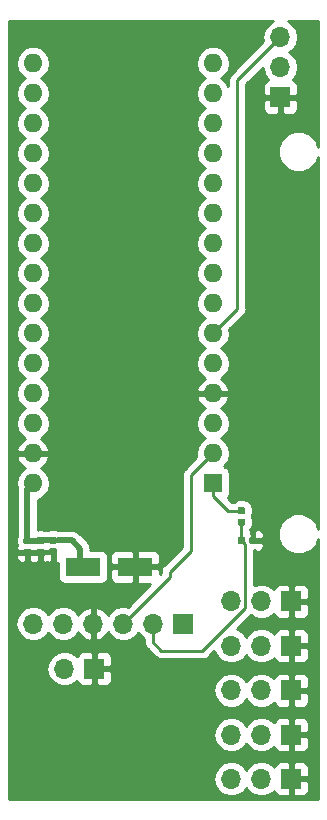
<source format=gbr>
G04 #@! TF.GenerationSoftware,KiCad,Pcbnew,(5.0.0)*
G04 #@! TF.CreationDate,2019-10-27T09:20:16+11:00*
G04 #@! TF.ProjectId,Kineses_Board,4B696E657365735F426F6172642E6B69,rev?*
G04 #@! TF.SameCoordinates,Original*
G04 #@! TF.FileFunction,Copper,L1,Top,Signal*
G04 #@! TF.FilePolarity,Positive*
%FSLAX46Y46*%
G04 Gerber Fmt 4.6, Leading zero omitted, Abs format (unit mm)*
G04 Created by KiCad (PCBNEW (5.0.0)) date 10/27/19 09:20:16*
%MOMM*%
%LPD*%
G01*
G04 APERTURE LIST*
G04 #@! TA.AperFunction,SMDPad,CuDef*
%ADD10R,3.000000X1.600000*%
G04 #@! TD*
G04 #@! TA.AperFunction,ComponentPad*
%ADD11R,1.700000X1.700000*%
G04 #@! TD*
G04 #@! TA.AperFunction,ComponentPad*
%ADD12O,1.700000X1.700000*%
G04 #@! TD*
G04 #@! TA.AperFunction,ComponentPad*
%ADD13R,1.600000X1.600000*%
G04 #@! TD*
G04 #@! TA.AperFunction,ComponentPad*
%ADD14O,1.600000X1.600000*%
G04 #@! TD*
G04 #@! TA.AperFunction,Conductor*
%ADD15C,0.100000*%
G04 #@! TD*
G04 #@! TA.AperFunction,SMDPad,CuDef*
%ADD16C,0.590000*%
G04 #@! TD*
G04 #@! TA.AperFunction,Conductor*
%ADD17C,0.250000*%
G04 #@! TD*
G04 #@! TA.AperFunction,Conductor*
%ADD18C,0.500000*%
G04 #@! TD*
G04 #@! TA.AperFunction,Conductor*
%ADD19C,0.254000*%
G04 #@! TD*
G04 APERTURE END LIST*
D10*
G04 #@! TO.P,C1,1*
G04 #@! TO.N,/VIN*
X141020000Y-98670000D03*
G04 #@! TO.P,C1,2*
G04 #@! TO.N,/GND*
X145420000Y-98670000D03*
G04 #@! TD*
D11*
G04 #@! TO.P,J1,1*
G04 #@! TO.N,/GND*
X141970000Y-107310000D03*
D12*
G04 #@! TO.P,J1,2*
G04 #@! TO.N,/VIN*
X139430000Y-107310000D03*
G04 #@! TD*
D11*
G04 #@! TO.P,J6,1*
G04 #@! TO.N,/GND*
X158645000Y-112900000D03*
D12*
G04 #@! TO.P,J6,2*
G04 #@! TO.N,/VIN*
X156105000Y-112900000D03*
G04 #@! TO.P,J6,3*
G04 #@! TO.N,/Pinky*
X153565000Y-112900000D03*
G04 #@! TD*
D13*
G04 #@! TO.P,A1,1*
G04 #@! TO.N,Net-(A1-Pad1)*
X152010000Y-91600000D03*
D14*
G04 #@! TO.P,A1,17*
G04 #@! TO.N,Net-(A1-Pad17)*
X136770000Y-58580000D03*
G04 #@! TO.P,A1,2*
G04 #@! TO.N,/RX*
X152010000Y-89060000D03*
G04 #@! TO.P,A1,18*
G04 #@! TO.N,Net-(A1-Pad18)*
X136770000Y-61120000D03*
G04 #@! TO.P,A1,3*
G04 #@! TO.N,Net-(A1-Pad3)*
X152010000Y-86520000D03*
G04 #@! TO.P,A1,19*
G04 #@! TO.N,Net-(A1-Pad19)*
X136770000Y-63660000D03*
G04 #@! TO.P,A1,4*
G04 #@! TO.N,/GND*
X152010000Y-83980000D03*
G04 #@! TO.P,A1,20*
G04 #@! TO.N,Net-(A1-Pad20)*
X136770000Y-66200000D03*
G04 #@! TO.P,A1,5*
G04 #@! TO.N,Net-(A1-Pad5)*
X152010000Y-81440000D03*
G04 #@! TO.P,A1,21*
G04 #@! TO.N,Net-(A1-Pad21)*
X136770000Y-68740000D03*
G04 #@! TO.P,A1,6*
G04 #@! TO.N,/Wrist*
X152010000Y-78900000D03*
G04 #@! TO.P,A1,22*
G04 #@! TO.N,Net-(A1-Pad22)*
X136770000Y-71280000D03*
G04 #@! TO.P,A1,7*
G04 #@! TO.N,Net-(A1-Pad7)*
X152010000Y-76360000D03*
G04 #@! TO.P,A1,23*
G04 #@! TO.N,Net-(A1-Pad23)*
X136770000Y-73820000D03*
G04 #@! TO.P,A1,8*
G04 #@! TO.N,/Ring*
X152010000Y-73820000D03*
G04 #@! TO.P,A1,24*
G04 #@! TO.N,Net-(A1-Pad24)*
X136770000Y-76360000D03*
G04 #@! TO.P,A1,9*
G04 #@! TO.N,/Middle*
X152010000Y-71280000D03*
G04 #@! TO.P,A1,25*
G04 #@! TO.N,Net-(A1-Pad25)*
X136770000Y-78900000D03*
G04 #@! TO.P,A1,10*
G04 #@! TO.N,Net-(A1-Pad10)*
X152010000Y-68740000D03*
G04 #@! TO.P,A1,26*
G04 #@! TO.N,Net-(A1-Pad26)*
X136770000Y-81440000D03*
G04 #@! TO.P,A1,11*
G04 #@! TO.N,Net-(A1-Pad11)*
X152010000Y-66200000D03*
G04 #@! TO.P,A1,27*
G04 #@! TO.N,/+5V*
X136770000Y-83980000D03*
G04 #@! TO.P,A1,12*
G04 #@! TO.N,/Index*
X152010000Y-63660000D03*
G04 #@! TO.P,A1,28*
G04 #@! TO.N,Net-(A1-Pad28)*
X136770000Y-86520000D03*
G04 #@! TO.P,A1,13*
G04 #@! TO.N,/Pinky*
X152010000Y-61120000D03*
G04 #@! TO.P,A1,29*
G04 #@! TO.N,/GND*
X136770000Y-89060000D03*
G04 #@! TO.P,A1,14*
G04 #@! TO.N,/Thumb*
X152010000Y-58580000D03*
G04 #@! TO.P,A1,30*
G04 #@! TO.N,/VIN*
X136770000Y-91600000D03*
G04 #@! TO.P,A1,15*
G04 #@! TO.N,Net-(A1-Pad15)*
X152010000Y-56040000D03*
G04 #@! TO.P,A1,16*
G04 #@! TO.N,Net-(A1-Pad16)*
X136770000Y-56040000D03*
G04 #@! TD*
D15*
G04 #@! TO.N,/GND*
G04 #@! TO.C,C2*
G36*
X138666958Y-97110710D02*
X138681276Y-97112834D01*
X138695317Y-97116351D01*
X138708946Y-97121228D01*
X138722031Y-97127417D01*
X138734447Y-97134858D01*
X138746073Y-97143481D01*
X138756798Y-97153202D01*
X138766519Y-97163927D01*
X138775142Y-97175553D01*
X138782583Y-97187969D01*
X138788772Y-97201054D01*
X138793649Y-97214683D01*
X138797166Y-97228724D01*
X138799290Y-97243042D01*
X138800000Y-97257500D01*
X138800000Y-97552500D01*
X138799290Y-97566958D01*
X138797166Y-97581276D01*
X138793649Y-97595317D01*
X138788772Y-97608946D01*
X138782583Y-97622031D01*
X138775142Y-97634447D01*
X138766519Y-97646073D01*
X138756798Y-97656798D01*
X138746073Y-97666519D01*
X138734447Y-97675142D01*
X138722031Y-97682583D01*
X138708946Y-97688772D01*
X138695317Y-97693649D01*
X138681276Y-97697166D01*
X138666958Y-97699290D01*
X138652500Y-97700000D01*
X138307500Y-97700000D01*
X138293042Y-97699290D01*
X138278724Y-97697166D01*
X138264683Y-97693649D01*
X138251054Y-97688772D01*
X138237969Y-97682583D01*
X138225553Y-97675142D01*
X138213927Y-97666519D01*
X138203202Y-97656798D01*
X138193481Y-97646073D01*
X138184858Y-97634447D01*
X138177417Y-97622031D01*
X138171228Y-97608946D01*
X138166351Y-97595317D01*
X138162834Y-97581276D01*
X138160710Y-97566958D01*
X138160000Y-97552500D01*
X138160000Y-97257500D01*
X138160710Y-97243042D01*
X138162834Y-97228724D01*
X138166351Y-97214683D01*
X138171228Y-97201054D01*
X138177417Y-97187969D01*
X138184858Y-97175553D01*
X138193481Y-97163927D01*
X138203202Y-97153202D01*
X138213927Y-97143481D01*
X138225553Y-97134858D01*
X138237969Y-97127417D01*
X138251054Y-97121228D01*
X138264683Y-97116351D01*
X138278724Y-97112834D01*
X138293042Y-97110710D01*
X138307500Y-97110000D01*
X138652500Y-97110000D01*
X138666958Y-97110710D01*
X138666958Y-97110710D01*
G37*
D16*
G04 #@! TD*
G04 #@! TO.P,C2,1*
G04 #@! TO.N,/GND*
X138480000Y-97405000D03*
D15*
G04 #@! TO.N,/VIN*
G04 #@! TO.C,C2*
G36*
X138666958Y-96140710D02*
X138681276Y-96142834D01*
X138695317Y-96146351D01*
X138708946Y-96151228D01*
X138722031Y-96157417D01*
X138734447Y-96164858D01*
X138746073Y-96173481D01*
X138756798Y-96183202D01*
X138766519Y-96193927D01*
X138775142Y-96205553D01*
X138782583Y-96217969D01*
X138788772Y-96231054D01*
X138793649Y-96244683D01*
X138797166Y-96258724D01*
X138799290Y-96273042D01*
X138800000Y-96287500D01*
X138800000Y-96582500D01*
X138799290Y-96596958D01*
X138797166Y-96611276D01*
X138793649Y-96625317D01*
X138788772Y-96638946D01*
X138782583Y-96652031D01*
X138775142Y-96664447D01*
X138766519Y-96676073D01*
X138756798Y-96686798D01*
X138746073Y-96696519D01*
X138734447Y-96705142D01*
X138722031Y-96712583D01*
X138708946Y-96718772D01*
X138695317Y-96723649D01*
X138681276Y-96727166D01*
X138666958Y-96729290D01*
X138652500Y-96730000D01*
X138307500Y-96730000D01*
X138293042Y-96729290D01*
X138278724Y-96727166D01*
X138264683Y-96723649D01*
X138251054Y-96718772D01*
X138237969Y-96712583D01*
X138225553Y-96705142D01*
X138213927Y-96696519D01*
X138203202Y-96686798D01*
X138193481Y-96676073D01*
X138184858Y-96664447D01*
X138177417Y-96652031D01*
X138171228Y-96638946D01*
X138166351Y-96625317D01*
X138162834Y-96611276D01*
X138160710Y-96596958D01*
X138160000Y-96582500D01*
X138160000Y-96287500D01*
X138160710Y-96273042D01*
X138162834Y-96258724D01*
X138166351Y-96244683D01*
X138171228Y-96231054D01*
X138177417Y-96217969D01*
X138184858Y-96205553D01*
X138193481Y-96193927D01*
X138203202Y-96183202D01*
X138213927Y-96173481D01*
X138225553Y-96164858D01*
X138237969Y-96157417D01*
X138251054Y-96151228D01*
X138264683Y-96146351D01*
X138278724Y-96142834D01*
X138293042Y-96140710D01*
X138307500Y-96140000D01*
X138652500Y-96140000D01*
X138666958Y-96140710D01*
X138666958Y-96140710D01*
G37*
D16*
G04 #@! TD*
G04 #@! TO.P,C2,2*
G04 #@! TO.N,/VIN*
X138480000Y-96435000D03*
D15*
G04 #@! TO.N,/VIN*
G04 #@! TO.C,C3*
G36*
X137571958Y-96160710D02*
X137586276Y-96162834D01*
X137600317Y-96166351D01*
X137613946Y-96171228D01*
X137627031Y-96177417D01*
X137639447Y-96184858D01*
X137651073Y-96193481D01*
X137661798Y-96203202D01*
X137671519Y-96213927D01*
X137680142Y-96225553D01*
X137687583Y-96237969D01*
X137693772Y-96251054D01*
X137698649Y-96264683D01*
X137702166Y-96278724D01*
X137704290Y-96293042D01*
X137705000Y-96307500D01*
X137705000Y-96602500D01*
X137704290Y-96616958D01*
X137702166Y-96631276D01*
X137698649Y-96645317D01*
X137693772Y-96658946D01*
X137687583Y-96672031D01*
X137680142Y-96684447D01*
X137671519Y-96696073D01*
X137661798Y-96706798D01*
X137651073Y-96716519D01*
X137639447Y-96725142D01*
X137627031Y-96732583D01*
X137613946Y-96738772D01*
X137600317Y-96743649D01*
X137586276Y-96747166D01*
X137571958Y-96749290D01*
X137557500Y-96750000D01*
X137212500Y-96750000D01*
X137198042Y-96749290D01*
X137183724Y-96747166D01*
X137169683Y-96743649D01*
X137156054Y-96738772D01*
X137142969Y-96732583D01*
X137130553Y-96725142D01*
X137118927Y-96716519D01*
X137108202Y-96706798D01*
X137098481Y-96696073D01*
X137089858Y-96684447D01*
X137082417Y-96672031D01*
X137076228Y-96658946D01*
X137071351Y-96645317D01*
X137067834Y-96631276D01*
X137065710Y-96616958D01*
X137065000Y-96602500D01*
X137065000Y-96307500D01*
X137065710Y-96293042D01*
X137067834Y-96278724D01*
X137071351Y-96264683D01*
X137076228Y-96251054D01*
X137082417Y-96237969D01*
X137089858Y-96225553D01*
X137098481Y-96213927D01*
X137108202Y-96203202D01*
X137118927Y-96193481D01*
X137130553Y-96184858D01*
X137142969Y-96177417D01*
X137156054Y-96171228D01*
X137169683Y-96166351D01*
X137183724Y-96162834D01*
X137198042Y-96160710D01*
X137212500Y-96160000D01*
X137557500Y-96160000D01*
X137571958Y-96160710D01*
X137571958Y-96160710D01*
G37*
D16*
G04 #@! TD*
G04 #@! TO.P,C3,2*
G04 #@! TO.N,/VIN*
X137385000Y-96455000D03*
D15*
G04 #@! TO.N,/GND*
G04 #@! TO.C,C3*
G36*
X137571958Y-97130710D02*
X137586276Y-97132834D01*
X137600317Y-97136351D01*
X137613946Y-97141228D01*
X137627031Y-97147417D01*
X137639447Y-97154858D01*
X137651073Y-97163481D01*
X137661798Y-97173202D01*
X137671519Y-97183927D01*
X137680142Y-97195553D01*
X137687583Y-97207969D01*
X137693772Y-97221054D01*
X137698649Y-97234683D01*
X137702166Y-97248724D01*
X137704290Y-97263042D01*
X137705000Y-97277500D01*
X137705000Y-97572500D01*
X137704290Y-97586958D01*
X137702166Y-97601276D01*
X137698649Y-97615317D01*
X137693772Y-97628946D01*
X137687583Y-97642031D01*
X137680142Y-97654447D01*
X137671519Y-97666073D01*
X137661798Y-97676798D01*
X137651073Y-97686519D01*
X137639447Y-97695142D01*
X137627031Y-97702583D01*
X137613946Y-97708772D01*
X137600317Y-97713649D01*
X137586276Y-97717166D01*
X137571958Y-97719290D01*
X137557500Y-97720000D01*
X137212500Y-97720000D01*
X137198042Y-97719290D01*
X137183724Y-97717166D01*
X137169683Y-97713649D01*
X137156054Y-97708772D01*
X137142969Y-97702583D01*
X137130553Y-97695142D01*
X137118927Y-97686519D01*
X137108202Y-97676798D01*
X137098481Y-97666073D01*
X137089858Y-97654447D01*
X137082417Y-97642031D01*
X137076228Y-97628946D01*
X137071351Y-97615317D01*
X137067834Y-97601276D01*
X137065710Y-97586958D01*
X137065000Y-97572500D01*
X137065000Y-97277500D01*
X137065710Y-97263042D01*
X137067834Y-97248724D01*
X137071351Y-97234683D01*
X137076228Y-97221054D01*
X137082417Y-97207969D01*
X137089858Y-97195553D01*
X137098481Y-97183927D01*
X137108202Y-97173202D01*
X137118927Y-97163481D01*
X137130553Y-97154858D01*
X137142969Y-97147417D01*
X137156054Y-97141228D01*
X137169683Y-97136351D01*
X137183724Y-97132834D01*
X137198042Y-97130710D01*
X137212500Y-97130000D01*
X137557500Y-97130000D01*
X137571958Y-97130710D01*
X137571958Y-97130710D01*
G37*
D16*
G04 #@! TD*
G04 #@! TO.P,C3,1*
G04 #@! TO.N,/GND*
X137385000Y-97425000D03*
D15*
G04 #@! TO.N,/GND*
G04 #@! TO.C,C4*
G36*
X136476958Y-97130710D02*
X136491276Y-97132834D01*
X136505317Y-97136351D01*
X136518946Y-97141228D01*
X136532031Y-97147417D01*
X136544447Y-97154858D01*
X136556073Y-97163481D01*
X136566798Y-97173202D01*
X136576519Y-97183927D01*
X136585142Y-97195553D01*
X136592583Y-97207969D01*
X136598772Y-97221054D01*
X136603649Y-97234683D01*
X136607166Y-97248724D01*
X136609290Y-97263042D01*
X136610000Y-97277500D01*
X136610000Y-97572500D01*
X136609290Y-97586958D01*
X136607166Y-97601276D01*
X136603649Y-97615317D01*
X136598772Y-97628946D01*
X136592583Y-97642031D01*
X136585142Y-97654447D01*
X136576519Y-97666073D01*
X136566798Y-97676798D01*
X136556073Y-97686519D01*
X136544447Y-97695142D01*
X136532031Y-97702583D01*
X136518946Y-97708772D01*
X136505317Y-97713649D01*
X136491276Y-97717166D01*
X136476958Y-97719290D01*
X136462500Y-97720000D01*
X136117500Y-97720000D01*
X136103042Y-97719290D01*
X136088724Y-97717166D01*
X136074683Y-97713649D01*
X136061054Y-97708772D01*
X136047969Y-97702583D01*
X136035553Y-97695142D01*
X136023927Y-97686519D01*
X136013202Y-97676798D01*
X136003481Y-97666073D01*
X135994858Y-97654447D01*
X135987417Y-97642031D01*
X135981228Y-97628946D01*
X135976351Y-97615317D01*
X135972834Y-97601276D01*
X135970710Y-97586958D01*
X135970000Y-97572500D01*
X135970000Y-97277500D01*
X135970710Y-97263042D01*
X135972834Y-97248724D01*
X135976351Y-97234683D01*
X135981228Y-97221054D01*
X135987417Y-97207969D01*
X135994858Y-97195553D01*
X136003481Y-97183927D01*
X136013202Y-97173202D01*
X136023927Y-97163481D01*
X136035553Y-97154858D01*
X136047969Y-97147417D01*
X136061054Y-97141228D01*
X136074683Y-97136351D01*
X136088724Y-97132834D01*
X136103042Y-97130710D01*
X136117500Y-97130000D01*
X136462500Y-97130000D01*
X136476958Y-97130710D01*
X136476958Y-97130710D01*
G37*
D16*
G04 #@! TD*
G04 #@! TO.P,C4,1*
G04 #@! TO.N,/GND*
X136290000Y-97425000D03*
D15*
G04 #@! TO.N,/VIN*
G04 #@! TO.C,C4*
G36*
X136476958Y-96160710D02*
X136491276Y-96162834D01*
X136505317Y-96166351D01*
X136518946Y-96171228D01*
X136532031Y-96177417D01*
X136544447Y-96184858D01*
X136556073Y-96193481D01*
X136566798Y-96203202D01*
X136576519Y-96213927D01*
X136585142Y-96225553D01*
X136592583Y-96237969D01*
X136598772Y-96251054D01*
X136603649Y-96264683D01*
X136607166Y-96278724D01*
X136609290Y-96293042D01*
X136610000Y-96307500D01*
X136610000Y-96602500D01*
X136609290Y-96616958D01*
X136607166Y-96631276D01*
X136603649Y-96645317D01*
X136598772Y-96658946D01*
X136592583Y-96672031D01*
X136585142Y-96684447D01*
X136576519Y-96696073D01*
X136566798Y-96706798D01*
X136556073Y-96716519D01*
X136544447Y-96725142D01*
X136532031Y-96732583D01*
X136518946Y-96738772D01*
X136505317Y-96743649D01*
X136491276Y-96747166D01*
X136476958Y-96749290D01*
X136462500Y-96750000D01*
X136117500Y-96750000D01*
X136103042Y-96749290D01*
X136088724Y-96747166D01*
X136074683Y-96743649D01*
X136061054Y-96738772D01*
X136047969Y-96732583D01*
X136035553Y-96725142D01*
X136023927Y-96716519D01*
X136013202Y-96706798D01*
X136003481Y-96696073D01*
X135994858Y-96684447D01*
X135987417Y-96672031D01*
X135981228Y-96658946D01*
X135976351Y-96645317D01*
X135972834Y-96631276D01*
X135970710Y-96616958D01*
X135970000Y-96602500D01*
X135970000Y-96307500D01*
X135970710Y-96293042D01*
X135972834Y-96278724D01*
X135976351Y-96264683D01*
X135981228Y-96251054D01*
X135987417Y-96237969D01*
X135994858Y-96225553D01*
X136003481Y-96213927D01*
X136013202Y-96203202D01*
X136023927Y-96193481D01*
X136035553Y-96184858D01*
X136047969Y-96177417D01*
X136061054Y-96171228D01*
X136074683Y-96166351D01*
X136088724Y-96162834D01*
X136103042Y-96160710D01*
X136117500Y-96160000D01*
X136462500Y-96160000D01*
X136476958Y-96160710D01*
X136476958Y-96160710D01*
G37*
D16*
G04 #@! TD*
G04 #@! TO.P,C4,2*
G04 #@! TO.N,/VIN*
X136290000Y-96455000D03*
D11*
G04 #@! TO.P,J2,1*
G04 #@! TO.N,/GND*
X158645000Y-116630000D03*
D12*
G04 #@! TO.P,J2,2*
G04 #@! TO.N,/VIN*
X156105000Y-116630000D03*
G04 #@! TO.P,J2,3*
G04 #@! TO.N,/Thumb*
X153565000Y-116630000D03*
G04 #@! TD*
G04 #@! TO.P,J3,3*
G04 #@! TO.N,/Index*
X153565000Y-109120000D03*
G04 #@! TO.P,J3,2*
G04 #@! TO.N,/VIN*
X156105000Y-109120000D03*
D11*
G04 #@! TO.P,J3,1*
G04 #@! TO.N,/GND*
X158645000Y-109120000D03*
G04 #@! TD*
G04 #@! TO.P,J4,1*
G04 #@! TO.N,/GND*
X158645000Y-105370000D03*
D12*
G04 #@! TO.P,J4,2*
G04 #@! TO.N,/VIN*
X156105000Y-105370000D03*
G04 #@! TO.P,J4,3*
G04 #@! TO.N,/Middle*
X153565000Y-105370000D03*
G04 #@! TD*
G04 #@! TO.P,J5,3*
G04 #@! TO.N,/Ring*
X153565000Y-101590000D03*
G04 #@! TO.P,J5,2*
G04 #@! TO.N,/VIN*
X156105000Y-101590000D03*
D11*
G04 #@! TO.P,J5,1*
G04 #@! TO.N,/GND*
X158645000Y-101590000D03*
G04 #@! TD*
D12*
G04 #@! TO.P,J7,3*
G04 #@! TO.N,/Wrist*
X157720000Y-53830000D03*
G04 #@! TO.P,J7,2*
G04 #@! TO.N,/VIN*
X157720000Y-56370000D03*
D11*
G04 #@! TO.P,J7,1*
G04 #@! TO.N,/GND*
X157720000Y-58910000D03*
G04 #@! TD*
G04 #@! TO.P,J8,1*
G04 #@! TO.N,Net-(J8-Pad1)*
X149500000Y-103480000D03*
D12*
G04 #@! TO.P,J8,2*
G04 #@! TO.N,/TX*
X146960000Y-103480000D03*
G04 #@! TO.P,J8,3*
G04 #@! TO.N,/RX*
X144420000Y-103480000D03*
G04 #@! TO.P,J8,4*
G04 #@! TO.N,/GND*
X141880000Y-103480000D03*
G04 #@! TO.P,J8,5*
G04 #@! TO.N,/+5V*
X139340000Y-103480000D03*
G04 #@! TO.P,J8,6*
G04 #@! TO.N,Net-(J8-Pad6)*
X136800000Y-103480000D03*
G04 #@! TD*
D15*
G04 #@! TO.N,/GND*
G04 #@! TO.C,R1*
G36*
X155556958Y-96120710D02*
X155571276Y-96122834D01*
X155585317Y-96126351D01*
X155598946Y-96131228D01*
X155612031Y-96137417D01*
X155624447Y-96144858D01*
X155636073Y-96153481D01*
X155646798Y-96163202D01*
X155656519Y-96173927D01*
X155665142Y-96185553D01*
X155672583Y-96197969D01*
X155678772Y-96211054D01*
X155683649Y-96224683D01*
X155687166Y-96238724D01*
X155689290Y-96253042D01*
X155690000Y-96267500D01*
X155690000Y-96612500D01*
X155689290Y-96626958D01*
X155687166Y-96641276D01*
X155683649Y-96655317D01*
X155678772Y-96668946D01*
X155672583Y-96682031D01*
X155665142Y-96694447D01*
X155656519Y-96706073D01*
X155646798Y-96716798D01*
X155636073Y-96726519D01*
X155624447Y-96735142D01*
X155612031Y-96742583D01*
X155598946Y-96748772D01*
X155585317Y-96753649D01*
X155571276Y-96757166D01*
X155556958Y-96759290D01*
X155542500Y-96760000D01*
X155247500Y-96760000D01*
X155233042Y-96759290D01*
X155218724Y-96757166D01*
X155204683Y-96753649D01*
X155191054Y-96748772D01*
X155177969Y-96742583D01*
X155165553Y-96735142D01*
X155153927Y-96726519D01*
X155143202Y-96716798D01*
X155133481Y-96706073D01*
X155124858Y-96694447D01*
X155117417Y-96682031D01*
X155111228Y-96668946D01*
X155106351Y-96655317D01*
X155102834Y-96641276D01*
X155100710Y-96626958D01*
X155100000Y-96612500D01*
X155100000Y-96267500D01*
X155100710Y-96253042D01*
X155102834Y-96238724D01*
X155106351Y-96224683D01*
X155111228Y-96211054D01*
X155117417Y-96197969D01*
X155124858Y-96185553D01*
X155133481Y-96173927D01*
X155143202Y-96163202D01*
X155153927Y-96153481D01*
X155165553Y-96144858D01*
X155177969Y-96137417D01*
X155191054Y-96131228D01*
X155204683Y-96126351D01*
X155218724Y-96122834D01*
X155233042Y-96120710D01*
X155247500Y-96120000D01*
X155542500Y-96120000D01*
X155556958Y-96120710D01*
X155556958Y-96120710D01*
G37*
D16*
G04 #@! TD*
G04 #@! TO.P,R1,2*
G04 #@! TO.N,/GND*
X155395000Y-96440000D03*
D15*
G04 #@! TO.N,/TX*
G04 #@! TO.C,R1*
G36*
X154586958Y-96120710D02*
X154601276Y-96122834D01*
X154615317Y-96126351D01*
X154628946Y-96131228D01*
X154642031Y-96137417D01*
X154654447Y-96144858D01*
X154666073Y-96153481D01*
X154676798Y-96163202D01*
X154686519Y-96173927D01*
X154695142Y-96185553D01*
X154702583Y-96197969D01*
X154708772Y-96211054D01*
X154713649Y-96224683D01*
X154717166Y-96238724D01*
X154719290Y-96253042D01*
X154720000Y-96267500D01*
X154720000Y-96612500D01*
X154719290Y-96626958D01*
X154717166Y-96641276D01*
X154713649Y-96655317D01*
X154708772Y-96668946D01*
X154702583Y-96682031D01*
X154695142Y-96694447D01*
X154686519Y-96706073D01*
X154676798Y-96716798D01*
X154666073Y-96726519D01*
X154654447Y-96735142D01*
X154642031Y-96742583D01*
X154628946Y-96748772D01*
X154615317Y-96753649D01*
X154601276Y-96757166D01*
X154586958Y-96759290D01*
X154572500Y-96760000D01*
X154277500Y-96760000D01*
X154263042Y-96759290D01*
X154248724Y-96757166D01*
X154234683Y-96753649D01*
X154221054Y-96748772D01*
X154207969Y-96742583D01*
X154195553Y-96735142D01*
X154183927Y-96726519D01*
X154173202Y-96716798D01*
X154163481Y-96706073D01*
X154154858Y-96694447D01*
X154147417Y-96682031D01*
X154141228Y-96668946D01*
X154136351Y-96655317D01*
X154132834Y-96641276D01*
X154130710Y-96626958D01*
X154130000Y-96612500D01*
X154130000Y-96267500D01*
X154130710Y-96253042D01*
X154132834Y-96238724D01*
X154136351Y-96224683D01*
X154141228Y-96211054D01*
X154147417Y-96197969D01*
X154154858Y-96185553D01*
X154163481Y-96173927D01*
X154173202Y-96163202D01*
X154183927Y-96153481D01*
X154195553Y-96144858D01*
X154207969Y-96137417D01*
X154221054Y-96131228D01*
X154234683Y-96126351D01*
X154248724Y-96122834D01*
X154263042Y-96120710D01*
X154277500Y-96120000D01*
X154572500Y-96120000D01*
X154586958Y-96120710D01*
X154586958Y-96120710D01*
G37*
D16*
G04 #@! TD*
G04 #@! TO.P,R1,1*
G04 #@! TO.N,/TX*
X154425000Y-96440000D03*
D15*
G04 #@! TO.N,/TX*
G04 #@! TO.C,R2*
G36*
X154606958Y-94590710D02*
X154621276Y-94592834D01*
X154635317Y-94596351D01*
X154648946Y-94601228D01*
X154662031Y-94607417D01*
X154674447Y-94614858D01*
X154686073Y-94623481D01*
X154696798Y-94633202D01*
X154706519Y-94643927D01*
X154715142Y-94655553D01*
X154722583Y-94667969D01*
X154728772Y-94681054D01*
X154733649Y-94694683D01*
X154737166Y-94708724D01*
X154739290Y-94723042D01*
X154740000Y-94737500D01*
X154740000Y-95032500D01*
X154739290Y-95046958D01*
X154737166Y-95061276D01*
X154733649Y-95075317D01*
X154728772Y-95088946D01*
X154722583Y-95102031D01*
X154715142Y-95114447D01*
X154706519Y-95126073D01*
X154696798Y-95136798D01*
X154686073Y-95146519D01*
X154674447Y-95155142D01*
X154662031Y-95162583D01*
X154648946Y-95168772D01*
X154635317Y-95173649D01*
X154621276Y-95177166D01*
X154606958Y-95179290D01*
X154592500Y-95180000D01*
X154247500Y-95180000D01*
X154233042Y-95179290D01*
X154218724Y-95177166D01*
X154204683Y-95173649D01*
X154191054Y-95168772D01*
X154177969Y-95162583D01*
X154165553Y-95155142D01*
X154153927Y-95146519D01*
X154143202Y-95136798D01*
X154133481Y-95126073D01*
X154124858Y-95114447D01*
X154117417Y-95102031D01*
X154111228Y-95088946D01*
X154106351Y-95075317D01*
X154102834Y-95061276D01*
X154100710Y-95046958D01*
X154100000Y-95032500D01*
X154100000Y-94737500D01*
X154100710Y-94723042D01*
X154102834Y-94708724D01*
X154106351Y-94694683D01*
X154111228Y-94681054D01*
X154117417Y-94667969D01*
X154124858Y-94655553D01*
X154133481Y-94643927D01*
X154143202Y-94633202D01*
X154153927Y-94623481D01*
X154165553Y-94614858D01*
X154177969Y-94607417D01*
X154191054Y-94601228D01*
X154204683Y-94596351D01*
X154218724Y-94592834D01*
X154233042Y-94590710D01*
X154247500Y-94590000D01*
X154592500Y-94590000D01*
X154606958Y-94590710D01*
X154606958Y-94590710D01*
G37*
D16*
G04 #@! TD*
G04 #@! TO.P,R2,1*
G04 #@! TO.N,/TX*
X154420000Y-94885000D03*
D15*
G04 #@! TO.N,Net-(A1-Pad1)*
G04 #@! TO.C,R2*
G36*
X154606958Y-93620710D02*
X154621276Y-93622834D01*
X154635317Y-93626351D01*
X154648946Y-93631228D01*
X154662031Y-93637417D01*
X154674447Y-93644858D01*
X154686073Y-93653481D01*
X154696798Y-93663202D01*
X154706519Y-93673927D01*
X154715142Y-93685553D01*
X154722583Y-93697969D01*
X154728772Y-93711054D01*
X154733649Y-93724683D01*
X154737166Y-93738724D01*
X154739290Y-93753042D01*
X154740000Y-93767500D01*
X154740000Y-94062500D01*
X154739290Y-94076958D01*
X154737166Y-94091276D01*
X154733649Y-94105317D01*
X154728772Y-94118946D01*
X154722583Y-94132031D01*
X154715142Y-94144447D01*
X154706519Y-94156073D01*
X154696798Y-94166798D01*
X154686073Y-94176519D01*
X154674447Y-94185142D01*
X154662031Y-94192583D01*
X154648946Y-94198772D01*
X154635317Y-94203649D01*
X154621276Y-94207166D01*
X154606958Y-94209290D01*
X154592500Y-94210000D01*
X154247500Y-94210000D01*
X154233042Y-94209290D01*
X154218724Y-94207166D01*
X154204683Y-94203649D01*
X154191054Y-94198772D01*
X154177969Y-94192583D01*
X154165553Y-94185142D01*
X154153927Y-94176519D01*
X154143202Y-94166798D01*
X154133481Y-94156073D01*
X154124858Y-94144447D01*
X154117417Y-94132031D01*
X154111228Y-94118946D01*
X154106351Y-94105317D01*
X154102834Y-94091276D01*
X154100710Y-94076958D01*
X154100000Y-94062500D01*
X154100000Y-93767500D01*
X154100710Y-93753042D01*
X154102834Y-93738724D01*
X154106351Y-93724683D01*
X154111228Y-93711054D01*
X154117417Y-93697969D01*
X154124858Y-93685553D01*
X154133481Y-93673927D01*
X154143202Y-93663202D01*
X154153927Y-93653481D01*
X154165553Y-93644858D01*
X154177969Y-93637417D01*
X154191054Y-93631228D01*
X154204683Y-93626351D01*
X154218724Y-93622834D01*
X154233042Y-93620710D01*
X154247500Y-93620000D01*
X154592500Y-93620000D01*
X154606958Y-93620710D01*
X154606958Y-93620710D01*
G37*
D16*
G04 #@! TD*
G04 #@! TO.P,R2,2*
G04 #@! TO.N,Net-(A1-Pad1)*
X154420000Y-93915000D03*
D17*
G04 #@! TO.N,Net-(A1-Pad1)*
X154000000Y-93915000D02*
X154420000Y-93915000D01*
X153275000Y-93915000D02*
X154000000Y-93915000D01*
X152010000Y-92650000D02*
X153275000Y-93915000D01*
X152010000Y-91600000D02*
X152010000Y-92650000D01*
G04 #@! TO.N,/RX*
X150130000Y-90940000D02*
X152010000Y-89060000D01*
X150130000Y-97300000D02*
X150130000Y-90940000D01*
X150130000Y-97300000D02*
X148355001Y-99074999D01*
X148355001Y-99074999D02*
X148355001Y-99114999D01*
X148355001Y-99544999D02*
X148355001Y-99074999D01*
X144420000Y-103480000D02*
X148355001Y-99544999D01*
G04 #@! TO.N,/Wrist*
X152809999Y-78100001D02*
X152010000Y-78900000D01*
X154080000Y-76830000D02*
X152809999Y-78100001D01*
X154080000Y-57470000D02*
X154080000Y-76830000D01*
X157720000Y-53830000D02*
X154080000Y-57470000D01*
G04 #@! TO.N,/VIN*
X138900000Y-96435000D02*
X138480000Y-96435000D01*
D18*
X140055000Y-96435000D02*
X138900000Y-96435000D01*
X140750000Y-97130000D02*
X140055000Y-96435000D01*
X140750000Y-98180000D02*
X140750000Y-97130000D01*
D17*
X137405000Y-96435000D02*
X137385000Y-96455000D01*
D18*
X138480000Y-96435000D02*
X137405000Y-96435000D01*
X137385000Y-96455000D02*
X136290000Y-96455000D01*
X136290000Y-92080000D02*
X136770000Y-91600000D01*
X136290000Y-96455000D02*
X136290000Y-92080000D01*
D17*
G04 #@! TO.N,/TX*
X154420000Y-96435000D02*
X154425000Y-96440000D01*
X154420000Y-94885000D02*
X154420000Y-96435000D01*
X146960000Y-105070000D02*
X146960000Y-103480000D01*
X147650000Y-105760000D02*
X146960000Y-105070000D01*
X154759168Y-96774168D02*
X154759168Y-102134834D01*
X154425000Y-96440000D02*
X154759168Y-96774168D01*
X154759168Y-102134834D02*
X152273992Y-104620010D01*
X152273992Y-104620010D02*
X152259990Y-104620010D01*
X152259990Y-104620010D02*
X151120000Y-105760000D01*
X151120000Y-105760000D02*
X147650000Y-105760000D01*
G04 #@! TD*
D19*
G04 #@! TO.N,/GND*
G36*
X157055007Y-52488340D02*
X156649375Y-52759375D01*
X156321161Y-53250582D01*
X156205908Y-53830000D01*
X156278791Y-54196407D01*
X153595530Y-56879669D01*
X153532071Y-56922071D01*
X153364096Y-57173464D01*
X153320000Y-57395149D01*
X153320000Y-57395153D01*
X153305112Y-57470000D01*
X153320000Y-57544847D01*
X153320000Y-57957623D01*
X153044577Y-57545423D01*
X152692242Y-57310000D01*
X153044577Y-57074577D01*
X153361740Y-56599909D01*
X153473113Y-56040000D01*
X153361740Y-55480091D01*
X153044577Y-55005423D01*
X152569909Y-54688260D01*
X152151333Y-54605000D01*
X151868667Y-54605000D01*
X151450091Y-54688260D01*
X150975423Y-55005423D01*
X150658260Y-55480091D01*
X150546887Y-56040000D01*
X150658260Y-56599909D01*
X150975423Y-57074577D01*
X151327758Y-57310000D01*
X150975423Y-57545423D01*
X150658260Y-58020091D01*
X150546887Y-58580000D01*
X150658260Y-59139909D01*
X150975423Y-59614577D01*
X151327758Y-59850000D01*
X150975423Y-60085423D01*
X150658260Y-60560091D01*
X150546887Y-61120000D01*
X150658260Y-61679909D01*
X150975423Y-62154577D01*
X151327758Y-62390000D01*
X150975423Y-62625423D01*
X150658260Y-63100091D01*
X150546887Y-63660000D01*
X150658260Y-64219909D01*
X150975423Y-64694577D01*
X151327758Y-64930000D01*
X150975423Y-65165423D01*
X150658260Y-65640091D01*
X150546887Y-66200000D01*
X150658260Y-66759909D01*
X150975423Y-67234577D01*
X151327758Y-67470000D01*
X150975423Y-67705423D01*
X150658260Y-68180091D01*
X150546887Y-68740000D01*
X150658260Y-69299909D01*
X150975423Y-69774577D01*
X151327758Y-70010000D01*
X150975423Y-70245423D01*
X150658260Y-70720091D01*
X150546887Y-71280000D01*
X150658260Y-71839909D01*
X150975423Y-72314577D01*
X151327758Y-72550000D01*
X150975423Y-72785423D01*
X150658260Y-73260091D01*
X150546887Y-73820000D01*
X150658260Y-74379909D01*
X150975423Y-74854577D01*
X151327758Y-75090000D01*
X150975423Y-75325423D01*
X150658260Y-75800091D01*
X150546887Y-76360000D01*
X150658260Y-76919909D01*
X150975423Y-77394577D01*
X151327758Y-77630000D01*
X150975423Y-77865423D01*
X150658260Y-78340091D01*
X150546887Y-78900000D01*
X150658260Y-79459909D01*
X150975423Y-79934577D01*
X151327758Y-80170000D01*
X150975423Y-80405423D01*
X150658260Y-80880091D01*
X150546887Y-81440000D01*
X150658260Y-81999909D01*
X150975423Y-82474577D01*
X151359108Y-82730947D01*
X151154866Y-82827611D01*
X150778959Y-83242577D01*
X150618096Y-83630961D01*
X150740085Y-83853000D01*
X151883000Y-83853000D01*
X151883000Y-83833000D01*
X152137000Y-83833000D01*
X152137000Y-83853000D01*
X153279915Y-83853000D01*
X153401904Y-83630961D01*
X153241041Y-83242577D01*
X152865134Y-82827611D01*
X152660892Y-82730947D01*
X153044577Y-82474577D01*
X153361740Y-81999909D01*
X153473113Y-81440000D01*
X153361740Y-80880091D01*
X153044577Y-80405423D01*
X152692242Y-80170000D01*
X153044577Y-79934577D01*
X153361740Y-79459909D01*
X153473113Y-78900000D01*
X153408688Y-78576113D01*
X154564473Y-77420329D01*
X154627929Y-77377929D01*
X154795904Y-77126537D01*
X154840000Y-76904852D01*
X154840000Y-76904848D01*
X154854888Y-76830000D01*
X154840000Y-76755152D01*
X154840000Y-59195750D01*
X156235000Y-59195750D01*
X156235000Y-59886310D01*
X156331673Y-60119699D01*
X156510302Y-60298327D01*
X156743691Y-60395000D01*
X157434250Y-60395000D01*
X157593000Y-60236250D01*
X157593000Y-59037000D01*
X157847000Y-59037000D01*
X157847000Y-60236250D01*
X158005750Y-60395000D01*
X158696309Y-60395000D01*
X158929698Y-60298327D01*
X159108327Y-60119699D01*
X159205000Y-59886310D01*
X159205000Y-59195750D01*
X159046250Y-59037000D01*
X157847000Y-59037000D01*
X157593000Y-59037000D01*
X156393750Y-59037000D01*
X156235000Y-59195750D01*
X154840000Y-59195750D01*
X154840000Y-57784801D01*
X156214020Y-56410782D01*
X156321161Y-56949418D01*
X156649375Y-57440625D01*
X156671033Y-57455096D01*
X156510302Y-57521673D01*
X156331673Y-57700301D01*
X156235000Y-57933690D01*
X156235000Y-58624250D01*
X156393750Y-58783000D01*
X157593000Y-58783000D01*
X157593000Y-58763000D01*
X157847000Y-58763000D01*
X157847000Y-58783000D01*
X159046250Y-58783000D01*
X159205000Y-58624250D01*
X159205000Y-57933690D01*
X159108327Y-57700301D01*
X158929698Y-57521673D01*
X158768967Y-57455096D01*
X158790625Y-57440625D01*
X159118839Y-56949418D01*
X159234092Y-56370000D01*
X159118839Y-55790582D01*
X158790625Y-55299375D01*
X158492239Y-55100000D01*
X158790625Y-54900625D01*
X159118839Y-54409418D01*
X159234092Y-53830000D01*
X159118839Y-53250582D01*
X158790625Y-52759375D01*
X158385715Y-52488823D01*
X160920106Y-52489742D01*
X160921682Y-63090309D01*
X160700862Y-62557201D01*
X160212799Y-62069138D01*
X159575113Y-61805000D01*
X158884887Y-61805000D01*
X158247201Y-62069138D01*
X157759138Y-62557201D01*
X157495000Y-63194887D01*
X157495000Y-63885113D01*
X157759138Y-64522799D01*
X158247201Y-65010862D01*
X158884887Y-65275000D01*
X159575113Y-65275000D01*
X160212799Y-65010862D01*
X160700862Y-64522799D01*
X160921816Y-63989368D01*
X160926495Y-95451929D01*
X160700862Y-94907201D01*
X160212799Y-94419138D01*
X159575113Y-94155000D01*
X158884887Y-94155000D01*
X158247201Y-94419138D01*
X157759138Y-94907201D01*
X157495000Y-95544887D01*
X157495000Y-96235113D01*
X157759138Y-96872799D01*
X158247201Y-97360862D01*
X158884887Y-97625000D01*
X159575113Y-97625000D01*
X160212799Y-97360862D01*
X160700862Y-96872799D01*
X160926626Y-96327757D01*
X160929895Y-118310515D01*
X134779894Y-118329485D01*
X134779642Y-116630000D01*
X152050908Y-116630000D01*
X152166161Y-117209418D01*
X152494375Y-117700625D01*
X152985582Y-118028839D01*
X153418744Y-118115000D01*
X153711256Y-118115000D01*
X154144418Y-118028839D01*
X154635625Y-117700625D01*
X154835000Y-117402239D01*
X155034375Y-117700625D01*
X155525582Y-118028839D01*
X155958744Y-118115000D01*
X156251256Y-118115000D01*
X156684418Y-118028839D01*
X157175625Y-117700625D01*
X157190096Y-117678967D01*
X157256673Y-117839698D01*
X157435301Y-118018327D01*
X157668690Y-118115000D01*
X158359250Y-118115000D01*
X158518000Y-117956250D01*
X158518000Y-116757000D01*
X158772000Y-116757000D01*
X158772000Y-117956250D01*
X158930750Y-118115000D01*
X159621310Y-118115000D01*
X159854699Y-118018327D01*
X160033327Y-117839698D01*
X160130000Y-117606309D01*
X160130000Y-116915750D01*
X159971250Y-116757000D01*
X158772000Y-116757000D01*
X158518000Y-116757000D01*
X158498000Y-116757000D01*
X158498000Y-116503000D01*
X158518000Y-116503000D01*
X158518000Y-115303750D01*
X158772000Y-115303750D01*
X158772000Y-116503000D01*
X159971250Y-116503000D01*
X160130000Y-116344250D01*
X160130000Y-115653691D01*
X160033327Y-115420302D01*
X159854699Y-115241673D01*
X159621310Y-115145000D01*
X158930750Y-115145000D01*
X158772000Y-115303750D01*
X158518000Y-115303750D01*
X158359250Y-115145000D01*
X157668690Y-115145000D01*
X157435301Y-115241673D01*
X157256673Y-115420302D01*
X157190096Y-115581033D01*
X157175625Y-115559375D01*
X156684418Y-115231161D01*
X156251256Y-115145000D01*
X155958744Y-115145000D01*
X155525582Y-115231161D01*
X155034375Y-115559375D01*
X154835000Y-115857761D01*
X154635625Y-115559375D01*
X154144418Y-115231161D01*
X153711256Y-115145000D01*
X153418744Y-115145000D01*
X152985582Y-115231161D01*
X152494375Y-115559375D01*
X152166161Y-116050582D01*
X152050908Y-116630000D01*
X134779642Y-116630000D01*
X134779088Y-112900000D01*
X152050908Y-112900000D01*
X152166161Y-113479418D01*
X152494375Y-113970625D01*
X152985582Y-114298839D01*
X153418744Y-114385000D01*
X153711256Y-114385000D01*
X154144418Y-114298839D01*
X154635625Y-113970625D01*
X154835000Y-113672239D01*
X155034375Y-113970625D01*
X155525582Y-114298839D01*
X155958744Y-114385000D01*
X156251256Y-114385000D01*
X156684418Y-114298839D01*
X157175625Y-113970625D01*
X157190096Y-113948967D01*
X157256673Y-114109698D01*
X157435301Y-114288327D01*
X157668690Y-114385000D01*
X158359250Y-114385000D01*
X158518000Y-114226250D01*
X158518000Y-113027000D01*
X158772000Y-113027000D01*
X158772000Y-114226250D01*
X158930750Y-114385000D01*
X159621310Y-114385000D01*
X159854699Y-114288327D01*
X160033327Y-114109698D01*
X160130000Y-113876309D01*
X160130000Y-113185750D01*
X159971250Y-113027000D01*
X158772000Y-113027000D01*
X158518000Y-113027000D01*
X158498000Y-113027000D01*
X158498000Y-112773000D01*
X158518000Y-112773000D01*
X158518000Y-111573750D01*
X158772000Y-111573750D01*
X158772000Y-112773000D01*
X159971250Y-112773000D01*
X160130000Y-112614250D01*
X160130000Y-111923691D01*
X160033327Y-111690302D01*
X159854699Y-111511673D01*
X159621310Y-111415000D01*
X158930750Y-111415000D01*
X158772000Y-111573750D01*
X158518000Y-111573750D01*
X158359250Y-111415000D01*
X157668690Y-111415000D01*
X157435301Y-111511673D01*
X157256673Y-111690302D01*
X157190096Y-111851033D01*
X157175625Y-111829375D01*
X156684418Y-111501161D01*
X156251256Y-111415000D01*
X155958744Y-111415000D01*
X155525582Y-111501161D01*
X155034375Y-111829375D01*
X154835000Y-112127761D01*
X154635625Y-111829375D01*
X154144418Y-111501161D01*
X153711256Y-111415000D01*
X153418744Y-111415000D01*
X152985582Y-111501161D01*
X152494375Y-111829375D01*
X152166161Y-112320582D01*
X152050908Y-112900000D01*
X134779088Y-112900000D01*
X134778527Y-109120000D01*
X152050908Y-109120000D01*
X152166161Y-109699418D01*
X152494375Y-110190625D01*
X152985582Y-110518839D01*
X153418744Y-110605000D01*
X153711256Y-110605000D01*
X154144418Y-110518839D01*
X154635625Y-110190625D01*
X154835000Y-109892239D01*
X155034375Y-110190625D01*
X155525582Y-110518839D01*
X155958744Y-110605000D01*
X156251256Y-110605000D01*
X156684418Y-110518839D01*
X157175625Y-110190625D01*
X157190096Y-110168967D01*
X157256673Y-110329698D01*
X157435301Y-110508327D01*
X157668690Y-110605000D01*
X158359250Y-110605000D01*
X158518000Y-110446250D01*
X158518000Y-109247000D01*
X158772000Y-109247000D01*
X158772000Y-110446250D01*
X158930750Y-110605000D01*
X159621310Y-110605000D01*
X159854699Y-110508327D01*
X160033327Y-110329698D01*
X160130000Y-110096309D01*
X160130000Y-109405750D01*
X159971250Y-109247000D01*
X158772000Y-109247000D01*
X158518000Y-109247000D01*
X158498000Y-109247000D01*
X158498000Y-108993000D01*
X158518000Y-108993000D01*
X158518000Y-107793750D01*
X158772000Y-107793750D01*
X158772000Y-108993000D01*
X159971250Y-108993000D01*
X160130000Y-108834250D01*
X160130000Y-108143691D01*
X160033327Y-107910302D01*
X159854699Y-107731673D01*
X159621310Y-107635000D01*
X158930750Y-107635000D01*
X158772000Y-107793750D01*
X158518000Y-107793750D01*
X158359250Y-107635000D01*
X157668690Y-107635000D01*
X157435301Y-107731673D01*
X157256673Y-107910302D01*
X157190096Y-108071033D01*
X157175625Y-108049375D01*
X156684418Y-107721161D01*
X156251256Y-107635000D01*
X155958744Y-107635000D01*
X155525582Y-107721161D01*
X155034375Y-108049375D01*
X154835000Y-108347761D01*
X154635625Y-108049375D01*
X154144418Y-107721161D01*
X153711256Y-107635000D01*
X153418744Y-107635000D01*
X152985582Y-107721161D01*
X152494375Y-108049375D01*
X152166161Y-108540582D01*
X152050908Y-109120000D01*
X134778527Y-109120000D01*
X134778257Y-107310000D01*
X137915908Y-107310000D01*
X138031161Y-107889418D01*
X138359375Y-108380625D01*
X138850582Y-108708839D01*
X139283744Y-108795000D01*
X139576256Y-108795000D01*
X140009418Y-108708839D01*
X140500625Y-108380625D01*
X140515096Y-108358967D01*
X140581673Y-108519698D01*
X140760301Y-108698327D01*
X140993690Y-108795000D01*
X141684250Y-108795000D01*
X141843000Y-108636250D01*
X141843000Y-107437000D01*
X142097000Y-107437000D01*
X142097000Y-108636250D01*
X142255750Y-108795000D01*
X142946310Y-108795000D01*
X143179699Y-108698327D01*
X143358327Y-108519698D01*
X143455000Y-108286309D01*
X143455000Y-107595750D01*
X143296250Y-107437000D01*
X142097000Y-107437000D01*
X141843000Y-107437000D01*
X141823000Y-107437000D01*
X141823000Y-107183000D01*
X141843000Y-107183000D01*
X141843000Y-105983750D01*
X142097000Y-105983750D01*
X142097000Y-107183000D01*
X143296250Y-107183000D01*
X143455000Y-107024250D01*
X143455000Y-106333691D01*
X143358327Y-106100302D01*
X143179699Y-105921673D01*
X142946310Y-105825000D01*
X142255750Y-105825000D01*
X142097000Y-105983750D01*
X141843000Y-105983750D01*
X141684250Y-105825000D01*
X140993690Y-105825000D01*
X140760301Y-105921673D01*
X140581673Y-106100302D01*
X140515096Y-106261033D01*
X140500625Y-106239375D01*
X140009418Y-105911161D01*
X139576256Y-105825000D01*
X139283744Y-105825000D01*
X138850582Y-105911161D01*
X138359375Y-106239375D01*
X138031161Y-106730582D01*
X137915908Y-107310000D01*
X134778257Y-107310000D01*
X134777687Y-103480000D01*
X135285908Y-103480000D01*
X135401161Y-104059418D01*
X135729375Y-104550625D01*
X136220582Y-104878839D01*
X136653744Y-104965000D01*
X136946256Y-104965000D01*
X137379418Y-104878839D01*
X137870625Y-104550625D01*
X138070000Y-104252239D01*
X138269375Y-104550625D01*
X138760582Y-104878839D01*
X139193744Y-104965000D01*
X139486256Y-104965000D01*
X139919418Y-104878839D01*
X140410625Y-104550625D01*
X140623843Y-104231522D01*
X140684817Y-104361358D01*
X141113076Y-104751645D01*
X141523110Y-104921476D01*
X141753000Y-104800155D01*
X141753000Y-103607000D01*
X141733000Y-103607000D01*
X141733000Y-103353000D01*
X141753000Y-103353000D01*
X141753000Y-102159845D01*
X142007000Y-102159845D01*
X142007000Y-103353000D01*
X142027000Y-103353000D01*
X142027000Y-103607000D01*
X142007000Y-103607000D01*
X142007000Y-104800155D01*
X142236890Y-104921476D01*
X142646924Y-104751645D01*
X143075183Y-104361358D01*
X143136157Y-104231522D01*
X143349375Y-104550625D01*
X143840582Y-104878839D01*
X144273744Y-104965000D01*
X144566256Y-104965000D01*
X144999418Y-104878839D01*
X145490625Y-104550625D01*
X145690000Y-104252239D01*
X145889375Y-104550625D01*
X146200000Y-104758178D01*
X146200000Y-104995153D01*
X146185112Y-105070000D01*
X146200000Y-105144847D01*
X146200000Y-105144851D01*
X146244096Y-105366536D01*
X146412071Y-105617929D01*
X146475529Y-105660330D01*
X147059672Y-106244475D01*
X147102071Y-106307929D01*
X147165524Y-106350327D01*
X147165526Y-106350329D01*
X147290902Y-106434102D01*
X147353463Y-106475904D01*
X147575148Y-106520000D01*
X147575152Y-106520000D01*
X147649999Y-106534888D01*
X147724846Y-106520000D01*
X151045153Y-106520000D01*
X151120000Y-106534888D01*
X151194847Y-106520000D01*
X151194852Y-106520000D01*
X151416537Y-106475904D01*
X151667929Y-106307929D01*
X151710331Y-106244470D01*
X152139486Y-105815315D01*
X152166161Y-105949418D01*
X152494375Y-106440625D01*
X152985582Y-106768839D01*
X153418744Y-106855000D01*
X153711256Y-106855000D01*
X154144418Y-106768839D01*
X154635625Y-106440625D01*
X154835000Y-106142239D01*
X155034375Y-106440625D01*
X155525582Y-106768839D01*
X155958744Y-106855000D01*
X156251256Y-106855000D01*
X156684418Y-106768839D01*
X157175625Y-106440625D01*
X157190096Y-106418967D01*
X157256673Y-106579698D01*
X157435301Y-106758327D01*
X157668690Y-106855000D01*
X158359250Y-106855000D01*
X158518000Y-106696250D01*
X158518000Y-105497000D01*
X158772000Y-105497000D01*
X158772000Y-106696250D01*
X158930750Y-106855000D01*
X159621310Y-106855000D01*
X159854699Y-106758327D01*
X160033327Y-106579698D01*
X160130000Y-106346309D01*
X160130000Y-105655750D01*
X159971250Y-105497000D01*
X158772000Y-105497000D01*
X158518000Y-105497000D01*
X158498000Y-105497000D01*
X158498000Y-105243000D01*
X158518000Y-105243000D01*
X158518000Y-104043750D01*
X158772000Y-104043750D01*
X158772000Y-105243000D01*
X159971250Y-105243000D01*
X160130000Y-105084250D01*
X160130000Y-104393691D01*
X160033327Y-104160302D01*
X159854699Y-103981673D01*
X159621310Y-103885000D01*
X158930750Y-103885000D01*
X158772000Y-104043750D01*
X158518000Y-104043750D01*
X158359250Y-103885000D01*
X157668690Y-103885000D01*
X157435301Y-103981673D01*
X157256673Y-104160302D01*
X157190096Y-104321033D01*
X157175625Y-104299375D01*
X156684418Y-103971161D01*
X156251256Y-103885000D01*
X155958744Y-103885000D01*
X155525582Y-103971161D01*
X155034375Y-104299375D01*
X154835000Y-104597761D01*
X154635625Y-104299375D01*
X154144418Y-103971161D01*
X154021994Y-103946809D01*
X155198508Y-102770295D01*
X155525582Y-102988839D01*
X155958744Y-103075000D01*
X156251256Y-103075000D01*
X156684418Y-102988839D01*
X157175625Y-102660625D01*
X157190096Y-102638967D01*
X157256673Y-102799698D01*
X157435301Y-102978327D01*
X157668690Y-103075000D01*
X158359250Y-103075000D01*
X158518000Y-102916250D01*
X158518000Y-101717000D01*
X158772000Y-101717000D01*
X158772000Y-102916250D01*
X158930750Y-103075000D01*
X159621310Y-103075000D01*
X159854699Y-102978327D01*
X160033327Y-102799698D01*
X160130000Y-102566309D01*
X160130000Y-101875750D01*
X159971250Y-101717000D01*
X158772000Y-101717000D01*
X158518000Y-101717000D01*
X158498000Y-101717000D01*
X158498000Y-101463000D01*
X158518000Y-101463000D01*
X158518000Y-100263750D01*
X158772000Y-100263750D01*
X158772000Y-101463000D01*
X159971250Y-101463000D01*
X160130000Y-101304250D01*
X160130000Y-100613691D01*
X160033327Y-100380302D01*
X159854699Y-100201673D01*
X159621310Y-100105000D01*
X158930750Y-100105000D01*
X158772000Y-100263750D01*
X158518000Y-100263750D01*
X158359250Y-100105000D01*
X157668690Y-100105000D01*
X157435301Y-100201673D01*
X157256673Y-100380302D01*
X157190096Y-100541033D01*
X157175625Y-100519375D01*
X156684418Y-100191161D01*
X156251256Y-100105000D01*
X155958744Y-100105000D01*
X155525582Y-100191161D01*
X155519168Y-100195447D01*
X155519168Y-97395000D01*
X155522002Y-97395000D01*
X155522002Y-97236252D01*
X155680750Y-97395000D01*
X155816309Y-97395000D01*
X156049698Y-97298327D01*
X156228327Y-97119699D01*
X156325000Y-96886310D01*
X156325000Y-96725750D01*
X156166250Y-96567000D01*
X155522000Y-96567000D01*
X155522000Y-96587000D01*
X155496827Y-96587000D01*
X155475072Y-96477631D01*
X155367440Y-96316549D01*
X155367440Y-96267500D01*
X155306929Y-95963290D01*
X155268000Y-95905029D01*
X155268000Y-95643750D01*
X155522000Y-95643750D01*
X155522000Y-96313000D01*
X156166250Y-96313000D01*
X156325000Y-96154250D01*
X156325000Y-95993690D01*
X156228327Y-95760301D01*
X156049698Y-95581673D01*
X155816309Y-95485000D01*
X155680750Y-95485000D01*
X155522000Y-95643750D01*
X155268000Y-95643750D01*
X155180342Y-95556092D01*
X155326929Y-95336710D01*
X155387440Y-95032500D01*
X155387440Y-94737500D01*
X155326929Y-94433290D01*
X155304685Y-94400000D01*
X155326929Y-94366710D01*
X155387440Y-94062500D01*
X155387440Y-93767500D01*
X155326929Y-93463290D01*
X155154607Y-93205393D01*
X154896710Y-93033071D01*
X154592500Y-92972560D01*
X154247500Y-92972560D01*
X153943290Y-93033071D01*
X153760811Y-93155000D01*
X153589802Y-93155000D01*
X153277743Y-92842942D01*
X153408157Y-92647765D01*
X153457440Y-92400000D01*
X153457440Y-90800000D01*
X153408157Y-90552235D01*
X153267809Y-90342191D01*
X153057765Y-90201843D01*
X152923894Y-90175215D01*
X153044577Y-90094577D01*
X153361740Y-89619909D01*
X153473113Y-89060000D01*
X153361740Y-88500091D01*
X153044577Y-88025423D01*
X152692242Y-87790000D01*
X153044577Y-87554577D01*
X153361740Y-87079909D01*
X153473113Y-86520000D01*
X153361740Y-85960091D01*
X153044577Y-85485423D01*
X152660892Y-85229053D01*
X152865134Y-85132389D01*
X153241041Y-84717423D01*
X153401904Y-84329039D01*
X153279915Y-84107000D01*
X152137000Y-84107000D01*
X152137000Y-84127000D01*
X151883000Y-84127000D01*
X151883000Y-84107000D01*
X150740085Y-84107000D01*
X150618096Y-84329039D01*
X150778959Y-84717423D01*
X151154866Y-85132389D01*
X151359108Y-85229053D01*
X150975423Y-85485423D01*
X150658260Y-85960091D01*
X150546887Y-86520000D01*
X150658260Y-87079909D01*
X150975423Y-87554577D01*
X151327758Y-87790000D01*
X150975423Y-88025423D01*
X150658260Y-88500091D01*
X150546887Y-89060000D01*
X150611312Y-89383886D01*
X149645528Y-90349671D01*
X149582072Y-90392071D01*
X149539672Y-90455527D01*
X149539671Y-90455528D01*
X149414097Y-90643463D01*
X149355112Y-90940000D01*
X149370001Y-91014852D01*
X149370000Y-96985198D01*
X147870531Y-98484668D01*
X147807072Y-98527070D01*
X147706379Y-98677769D01*
X147639097Y-98778462D01*
X147595001Y-99000147D01*
X147595001Y-99000152D01*
X147580113Y-99074999D01*
X147595001Y-99149846D01*
X147595001Y-99230197D01*
X147555000Y-99270198D01*
X147555000Y-98955750D01*
X147396250Y-98797000D01*
X145547000Y-98797000D01*
X145547000Y-99946250D01*
X145705750Y-100105000D01*
X146720198Y-100105000D01*
X144786408Y-102038791D01*
X144566256Y-101995000D01*
X144273744Y-101995000D01*
X143840582Y-102081161D01*
X143349375Y-102409375D01*
X143136157Y-102728478D01*
X143075183Y-102598642D01*
X142646924Y-102208355D01*
X142236890Y-102038524D01*
X142007000Y-102159845D01*
X141753000Y-102159845D01*
X141523110Y-102038524D01*
X141113076Y-102208355D01*
X140684817Y-102598642D01*
X140623843Y-102728478D01*
X140410625Y-102409375D01*
X139919418Y-102081161D01*
X139486256Y-101995000D01*
X139193744Y-101995000D01*
X138760582Y-102081161D01*
X138269375Y-102409375D01*
X138070000Y-102707761D01*
X137870625Y-102409375D01*
X137379418Y-102081161D01*
X136946256Y-101995000D01*
X136653744Y-101995000D01*
X136220582Y-102081161D01*
X135729375Y-102409375D01*
X135401161Y-102900582D01*
X135285908Y-103480000D01*
X134777687Y-103480000D01*
X134776830Y-97710750D01*
X135335000Y-97710750D01*
X135335000Y-97846309D01*
X135431673Y-98079698D01*
X135610301Y-98258327D01*
X135843690Y-98355000D01*
X136004250Y-98355000D01*
X136163000Y-98196250D01*
X136163000Y-97552000D01*
X136417000Y-97552000D01*
X136417000Y-98196250D01*
X136575750Y-98355000D01*
X136736310Y-98355000D01*
X136837500Y-98313086D01*
X136938690Y-98355000D01*
X137099250Y-98355000D01*
X137258000Y-98196250D01*
X137258000Y-97552000D01*
X137512000Y-97552000D01*
X137512000Y-98196250D01*
X137670750Y-98355000D01*
X137831310Y-98355000D01*
X137956642Y-98303086D01*
X138033690Y-98335000D01*
X138194250Y-98335000D01*
X138353000Y-98176250D01*
X138353000Y-97532000D01*
X137683750Y-97532000D01*
X137663750Y-97552000D01*
X137512000Y-97552000D01*
X137258000Y-97552000D01*
X136417000Y-97552000D01*
X136163000Y-97552000D01*
X135493750Y-97552000D01*
X135335000Y-97710750D01*
X134776830Y-97710750D01*
X134775921Y-91600000D01*
X135306887Y-91600000D01*
X135395014Y-92043044D01*
X135387663Y-92080000D01*
X135405001Y-92167165D01*
X135405000Y-95970471D01*
X135383071Y-96003290D01*
X135322560Y-96307500D01*
X135322560Y-96602500D01*
X135380508Y-96893825D01*
X135335000Y-97003691D01*
X135335000Y-97139250D01*
X135493750Y-97298000D01*
X135755029Y-97298000D01*
X135813290Y-97336929D01*
X136117500Y-97397440D01*
X136462500Y-97397440D01*
X136751271Y-97340000D01*
X136923729Y-97340000D01*
X137212500Y-97397440D01*
X137557500Y-97397440D01*
X137861710Y-97336929D01*
X137887046Y-97320000D01*
X138018729Y-97320000D01*
X138307500Y-97377440D01*
X138627000Y-97377440D01*
X138627000Y-97532000D01*
X138607000Y-97532000D01*
X138607000Y-98176250D01*
X138765750Y-98335000D01*
X138872560Y-98335000D01*
X138872560Y-99470000D01*
X138921843Y-99717765D01*
X139062191Y-99927809D01*
X139272235Y-100068157D01*
X139520000Y-100117440D01*
X142520000Y-100117440D01*
X142767765Y-100068157D01*
X142977809Y-99927809D01*
X143118157Y-99717765D01*
X143167440Y-99470000D01*
X143167440Y-98955750D01*
X143285000Y-98955750D01*
X143285000Y-99596310D01*
X143381673Y-99829699D01*
X143560302Y-100008327D01*
X143793691Y-100105000D01*
X145134250Y-100105000D01*
X145293000Y-99946250D01*
X145293000Y-98797000D01*
X143443750Y-98797000D01*
X143285000Y-98955750D01*
X143167440Y-98955750D01*
X143167440Y-97870000D01*
X143142316Y-97743690D01*
X143285000Y-97743690D01*
X143285000Y-98384250D01*
X143443750Y-98543000D01*
X145293000Y-98543000D01*
X145293000Y-97393750D01*
X145547000Y-97393750D01*
X145547000Y-98543000D01*
X147396250Y-98543000D01*
X147555000Y-98384250D01*
X147555000Y-97743690D01*
X147458327Y-97510301D01*
X147279698Y-97331673D01*
X147046309Y-97235000D01*
X145705750Y-97235000D01*
X145547000Y-97393750D01*
X145293000Y-97393750D01*
X145134250Y-97235000D01*
X143793691Y-97235000D01*
X143560302Y-97331673D01*
X143381673Y-97510301D01*
X143285000Y-97743690D01*
X143142316Y-97743690D01*
X143118157Y-97622235D01*
X142977809Y-97412191D01*
X142767765Y-97271843D01*
X142520000Y-97222560D01*
X141635000Y-97222560D01*
X141635000Y-97217159D01*
X141652337Y-97129999D01*
X141635000Y-97042839D01*
X141635000Y-97042835D01*
X141583652Y-96784690D01*
X141461916Y-96602500D01*
X141437424Y-96565845D01*
X141437423Y-96565844D01*
X141388049Y-96491951D01*
X141314156Y-96442577D01*
X140742425Y-95870847D01*
X140693049Y-95796951D01*
X140400310Y-95601348D01*
X140142165Y-95550000D01*
X140142161Y-95550000D01*
X140055000Y-95532663D01*
X139967839Y-95550000D01*
X138941271Y-95550000D01*
X138652500Y-95492560D01*
X138307500Y-95492560D01*
X138018729Y-95550000D01*
X137745724Y-95550000D01*
X137557500Y-95512560D01*
X137212500Y-95512560D01*
X137175000Y-95520019D01*
X137175000Y-92982553D01*
X137329909Y-92951740D01*
X137804577Y-92634577D01*
X138121740Y-92159909D01*
X138233113Y-91600000D01*
X138121740Y-91040091D01*
X137804577Y-90565423D01*
X137420892Y-90309053D01*
X137625134Y-90212389D01*
X138001041Y-89797423D01*
X138161904Y-89409039D01*
X138039915Y-89187000D01*
X136897000Y-89187000D01*
X136897000Y-89207000D01*
X136643000Y-89207000D01*
X136643000Y-89187000D01*
X135500085Y-89187000D01*
X135378096Y-89409039D01*
X135538959Y-89797423D01*
X135914866Y-90212389D01*
X136119108Y-90309053D01*
X135735423Y-90565423D01*
X135418260Y-91040091D01*
X135306887Y-91600000D01*
X134775921Y-91600000D01*
X134770635Y-56040000D01*
X135306887Y-56040000D01*
X135418260Y-56599909D01*
X135735423Y-57074577D01*
X136087758Y-57310000D01*
X135735423Y-57545423D01*
X135418260Y-58020091D01*
X135306887Y-58580000D01*
X135418260Y-59139909D01*
X135735423Y-59614577D01*
X136087758Y-59850000D01*
X135735423Y-60085423D01*
X135418260Y-60560091D01*
X135306887Y-61120000D01*
X135418260Y-61679909D01*
X135735423Y-62154577D01*
X136087758Y-62390000D01*
X135735423Y-62625423D01*
X135418260Y-63100091D01*
X135306887Y-63660000D01*
X135418260Y-64219909D01*
X135735423Y-64694577D01*
X136087758Y-64930000D01*
X135735423Y-65165423D01*
X135418260Y-65640091D01*
X135306887Y-66200000D01*
X135418260Y-66759909D01*
X135735423Y-67234577D01*
X136087758Y-67470000D01*
X135735423Y-67705423D01*
X135418260Y-68180091D01*
X135306887Y-68740000D01*
X135418260Y-69299909D01*
X135735423Y-69774577D01*
X136087758Y-70010000D01*
X135735423Y-70245423D01*
X135418260Y-70720091D01*
X135306887Y-71280000D01*
X135418260Y-71839909D01*
X135735423Y-72314577D01*
X136087758Y-72550000D01*
X135735423Y-72785423D01*
X135418260Y-73260091D01*
X135306887Y-73820000D01*
X135418260Y-74379909D01*
X135735423Y-74854577D01*
X136087758Y-75090000D01*
X135735423Y-75325423D01*
X135418260Y-75800091D01*
X135306887Y-76360000D01*
X135418260Y-76919909D01*
X135735423Y-77394577D01*
X136087758Y-77630000D01*
X135735423Y-77865423D01*
X135418260Y-78340091D01*
X135306887Y-78900000D01*
X135418260Y-79459909D01*
X135735423Y-79934577D01*
X136087758Y-80170000D01*
X135735423Y-80405423D01*
X135418260Y-80880091D01*
X135306887Y-81440000D01*
X135418260Y-81999909D01*
X135735423Y-82474577D01*
X136087758Y-82710000D01*
X135735423Y-82945423D01*
X135418260Y-83420091D01*
X135306887Y-83980000D01*
X135418260Y-84539909D01*
X135735423Y-85014577D01*
X136087758Y-85250000D01*
X135735423Y-85485423D01*
X135418260Y-85960091D01*
X135306887Y-86520000D01*
X135418260Y-87079909D01*
X135735423Y-87554577D01*
X136119108Y-87810947D01*
X135914866Y-87907611D01*
X135538959Y-88322577D01*
X135378096Y-88710961D01*
X135500085Y-88933000D01*
X136643000Y-88933000D01*
X136643000Y-88913000D01*
X136897000Y-88913000D01*
X136897000Y-88933000D01*
X138039915Y-88933000D01*
X138161904Y-88710961D01*
X138001041Y-88322577D01*
X137625134Y-87907611D01*
X137420892Y-87810947D01*
X137804577Y-87554577D01*
X138121740Y-87079909D01*
X138233113Y-86520000D01*
X138121740Y-85960091D01*
X137804577Y-85485423D01*
X137452242Y-85250000D01*
X137804577Y-85014577D01*
X138121740Y-84539909D01*
X138233113Y-83980000D01*
X138121740Y-83420091D01*
X137804577Y-82945423D01*
X137452242Y-82710000D01*
X137804577Y-82474577D01*
X138121740Y-81999909D01*
X138233113Y-81440000D01*
X138121740Y-80880091D01*
X137804577Y-80405423D01*
X137452242Y-80170000D01*
X137804577Y-79934577D01*
X138121740Y-79459909D01*
X138233113Y-78900000D01*
X138121740Y-78340091D01*
X137804577Y-77865423D01*
X137452242Y-77630000D01*
X137804577Y-77394577D01*
X138121740Y-76919909D01*
X138233113Y-76360000D01*
X138121740Y-75800091D01*
X137804577Y-75325423D01*
X137452242Y-75090000D01*
X137804577Y-74854577D01*
X138121740Y-74379909D01*
X138233113Y-73820000D01*
X138121740Y-73260091D01*
X137804577Y-72785423D01*
X137452242Y-72550000D01*
X137804577Y-72314577D01*
X138121740Y-71839909D01*
X138233113Y-71280000D01*
X138121740Y-70720091D01*
X137804577Y-70245423D01*
X137452242Y-70010000D01*
X137804577Y-69774577D01*
X138121740Y-69299909D01*
X138233113Y-68740000D01*
X138121740Y-68180091D01*
X137804577Y-67705423D01*
X137452242Y-67470000D01*
X137804577Y-67234577D01*
X138121740Y-66759909D01*
X138233113Y-66200000D01*
X138121740Y-65640091D01*
X137804577Y-65165423D01*
X137452242Y-64930000D01*
X137804577Y-64694577D01*
X138121740Y-64219909D01*
X138233113Y-63660000D01*
X138121740Y-63100091D01*
X137804577Y-62625423D01*
X137452242Y-62390000D01*
X137804577Y-62154577D01*
X138121740Y-61679909D01*
X138233113Y-61120000D01*
X138121740Y-60560091D01*
X137804577Y-60085423D01*
X137452242Y-59850000D01*
X137804577Y-59614577D01*
X138121740Y-59139909D01*
X138233113Y-58580000D01*
X138121740Y-58020091D01*
X137804577Y-57545423D01*
X137452242Y-57310000D01*
X137804577Y-57074577D01*
X138121740Y-56599909D01*
X138233113Y-56040000D01*
X138121740Y-55480091D01*
X137804577Y-55005423D01*
X137329909Y-54688260D01*
X136911333Y-54605000D01*
X136628667Y-54605000D01*
X136210091Y-54688260D01*
X135735423Y-55005423D01*
X135418260Y-55480091D01*
X135306887Y-56040000D01*
X134770635Y-56040000D01*
X134770105Y-52480257D01*
X157055007Y-52488340D01*
X157055007Y-52488340D01*
G37*
X157055007Y-52488340D02*
X156649375Y-52759375D01*
X156321161Y-53250582D01*
X156205908Y-53830000D01*
X156278791Y-54196407D01*
X153595530Y-56879669D01*
X153532071Y-56922071D01*
X153364096Y-57173464D01*
X153320000Y-57395149D01*
X153320000Y-57395153D01*
X153305112Y-57470000D01*
X153320000Y-57544847D01*
X153320000Y-57957623D01*
X153044577Y-57545423D01*
X152692242Y-57310000D01*
X153044577Y-57074577D01*
X153361740Y-56599909D01*
X153473113Y-56040000D01*
X153361740Y-55480091D01*
X153044577Y-55005423D01*
X152569909Y-54688260D01*
X152151333Y-54605000D01*
X151868667Y-54605000D01*
X151450091Y-54688260D01*
X150975423Y-55005423D01*
X150658260Y-55480091D01*
X150546887Y-56040000D01*
X150658260Y-56599909D01*
X150975423Y-57074577D01*
X151327758Y-57310000D01*
X150975423Y-57545423D01*
X150658260Y-58020091D01*
X150546887Y-58580000D01*
X150658260Y-59139909D01*
X150975423Y-59614577D01*
X151327758Y-59850000D01*
X150975423Y-60085423D01*
X150658260Y-60560091D01*
X150546887Y-61120000D01*
X150658260Y-61679909D01*
X150975423Y-62154577D01*
X151327758Y-62390000D01*
X150975423Y-62625423D01*
X150658260Y-63100091D01*
X150546887Y-63660000D01*
X150658260Y-64219909D01*
X150975423Y-64694577D01*
X151327758Y-64930000D01*
X150975423Y-65165423D01*
X150658260Y-65640091D01*
X150546887Y-66200000D01*
X150658260Y-66759909D01*
X150975423Y-67234577D01*
X151327758Y-67470000D01*
X150975423Y-67705423D01*
X150658260Y-68180091D01*
X150546887Y-68740000D01*
X150658260Y-69299909D01*
X150975423Y-69774577D01*
X151327758Y-70010000D01*
X150975423Y-70245423D01*
X150658260Y-70720091D01*
X150546887Y-71280000D01*
X150658260Y-71839909D01*
X150975423Y-72314577D01*
X151327758Y-72550000D01*
X150975423Y-72785423D01*
X150658260Y-73260091D01*
X150546887Y-73820000D01*
X150658260Y-74379909D01*
X150975423Y-74854577D01*
X151327758Y-75090000D01*
X150975423Y-75325423D01*
X150658260Y-75800091D01*
X150546887Y-76360000D01*
X150658260Y-76919909D01*
X150975423Y-77394577D01*
X151327758Y-77630000D01*
X150975423Y-77865423D01*
X150658260Y-78340091D01*
X150546887Y-78900000D01*
X150658260Y-79459909D01*
X150975423Y-79934577D01*
X151327758Y-80170000D01*
X150975423Y-80405423D01*
X150658260Y-80880091D01*
X150546887Y-81440000D01*
X150658260Y-81999909D01*
X150975423Y-82474577D01*
X151359108Y-82730947D01*
X151154866Y-82827611D01*
X150778959Y-83242577D01*
X150618096Y-83630961D01*
X150740085Y-83853000D01*
X151883000Y-83853000D01*
X151883000Y-83833000D01*
X152137000Y-83833000D01*
X152137000Y-83853000D01*
X153279915Y-83853000D01*
X153401904Y-83630961D01*
X153241041Y-83242577D01*
X152865134Y-82827611D01*
X152660892Y-82730947D01*
X153044577Y-82474577D01*
X153361740Y-81999909D01*
X153473113Y-81440000D01*
X153361740Y-80880091D01*
X153044577Y-80405423D01*
X152692242Y-80170000D01*
X153044577Y-79934577D01*
X153361740Y-79459909D01*
X153473113Y-78900000D01*
X153408688Y-78576113D01*
X154564473Y-77420329D01*
X154627929Y-77377929D01*
X154795904Y-77126537D01*
X154840000Y-76904852D01*
X154840000Y-76904848D01*
X154854888Y-76830000D01*
X154840000Y-76755152D01*
X154840000Y-59195750D01*
X156235000Y-59195750D01*
X156235000Y-59886310D01*
X156331673Y-60119699D01*
X156510302Y-60298327D01*
X156743691Y-60395000D01*
X157434250Y-60395000D01*
X157593000Y-60236250D01*
X157593000Y-59037000D01*
X157847000Y-59037000D01*
X157847000Y-60236250D01*
X158005750Y-60395000D01*
X158696309Y-60395000D01*
X158929698Y-60298327D01*
X159108327Y-60119699D01*
X159205000Y-59886310D01*
X159205000Y-59195750D01*
X159046250Y-59037000D01*
X157847000Y-59037000D01*
X157593000Y-59037000D01*
X156393750Y-59037000D01*
X156235000Y-59195750D01*
X154840000Y-59195750D01*
X154840000Y-57784801D01*
X156214020Y-56410782D01*
X156321161Y-56949418D01*
X156649375Y-57440625D01*
X156671033Y-57455096D01*
X156510302Y-57521673D01*
X156331673Y-57700301D01*
X156235000Y-57933690D01*
X156235000Y-58624250D01*
X156393750Y-58783000D01*
X157593000Y-58783000D01*
X157593000Y-58763000D01*
X157847000Y-58763000D01*
X157847000Y-58783000D01*
X159046250Y-58783000D01*
X159205000Y-58624250D01*
X159205000Y-57933690D01*
X159108327Y-57700301D01*
X158929698Y-57521673D01*
X158768967Y-57455096D01*
X158790625Y-57440625D01*
X159118839Y-56949418D01*
X159234092Y-56370000D01*
X159118839Y-55790582D01*
X158790625Y-55299375D01*
X158492239Y-55100000D01*
X158790625Y-54900625D01*
X159118839Y-54409418D01*
X159234092Y-53830000D01*
X159118839Y-53250582D01*
X158790625Y-52759375D01*
X158385715Y-52488823D01*
X160920106Y-52489742D01*
X160921682Y-63090309D01*
X160700862Y-62557201D01*
X160212799Y-62069138D01*
X159575113Y-61805000D01*
X158884887Y-61805000D01*
X158247201Y-62069138D01*
X157759138Y-62557201D01*
X157495000Y-63194887D01*
X157495000Y-63885113D01*
X157759138Y-64522799D01*
X158247201Y-65010862D01*
X158884887Y-65275000D01*
X159575113Y-65275000D01*
X160212799Y-65010862D01*
X160700862Y-64522799D01*
X160921816Y-63989368D01*
X160926495Y-95451929D01*
X160700862Y-94907201D01*
X160212799Y-94419138D01*
X159575113Y-94155000D01*
X158884887Y-94155000D01*
X158247201Y-94419138D01*
X157759138Y-94907201D01*
X157495000Y-95544887D01*
X157495000Y-96235113D01*
X157759138Y-96872799D01*
X158247201Y-97360862D01*
X158884887Y-97625000D01*
X159575113Y-97625000D01*
X160212799Y-97360862D01*
X160700862Y-96872799D01*
X160926626Y-96327757D01*
X160929895Y-118310515D01*
X134779894Y-118329485D01*
X134779642Y-116630000D01*
X152050908Y-116630000D01*
X152166161Y-117209418D01*
X152494375Y-117700625D01*
X152985582Y-118028839D01*
X153418744Y-118115000D01*
X153711256Y-118115000D01*
X154144418Y-118028839D01*
X154635625Y-117700625D01*
X154835000Y-117402239D01*
X155034375Y-117700625D01*
X155525582Y-118028839D01*
X155958744Y-118115000D01*
X156251256Y-118115000D01*
X156684418Y-118028839D01*
X157175625Y-117700625D01*
X157190096Y-117678967D01*
X157256673Y-117839698D01*
X157435301Y-118018327D01*
X157668690Y-118115000D01*
X158359250Y-118115000D01*
X158518000Y-117956250D01*
X158518000Y-116757000D01*
X158772000Y-116757000D01*
X158772000Y-117956250D01*
X158930750Y-118115000D01*
X159621310Y-118115000D01*
X159854699Y-118018327D01*
X160033327Y-117839698D01*
X160130000Y-117606309D01*
X160130000Y-116915750D01*
X159971250Y-116757000D01*
X158772000Y-116757000D01*
X158518000Y-116757000D01*
X158498000Y-116757000D01*
X158498000Y-116503000D01*
X158518000Y-116503000D01*
X158518000Y-115303750D01*
X158772000Y-115303750D01*
X158772000Y-116503000D01*
X159971250Y-116503000D01*
X160130000Y-116344250D01*
X160130000Y-115653691D01*
X160033327Y-115420302D01*
X159854699Y-115241673D01*
X159621310Y-115145000D01*
X158930750Y-115145000D01*
X158772000Y-115303750D01*
X158518000Y-115303750D01*
X158359250Y-115145000D01*
X157668690Y-115145000D01*
X157435301Y-115241673D01*
X157256673Y-115420302D01*
X157190096Y-115581033D01*
X157175625Y-115559375D01*
X156684418Y-115231161D01*
X156251256Y-115145000D01*
X155958744Y-115145000D01*
X155525582Y-115231161D01*
X155034375Y-115559375D01*
X154835000Y-115857761D01*
X154635625Y-115559375D01*
X154144418Y-115231161D01*
X153711256Y-115145000D01*
X153418744Y-115145000D01*
X152985582Y-115231161D01*
X152494375Y-115559375D01*
X152166161Y-116050582D01*
X152050908Y-116630000D01*
X134779642Y-116630000D01*
X134779088Y-112900000D01*
X152050908Y-112900000D01*
X152166161Y-113479418D01*
X152494375Y-113970625D01*
X152985582Y-114298839D01*
X153418744Y-114385000D01*
X153711256Y-114385000D01*
X154144418Y-114298839D01*
X154635625Y-113970625D01*
X154835000Y-113672239D01*
X155034375Y-113970625D01*
X155525582Y-114298839D01*
X155958744Y-114385000D01*
X156251256Y-114385000D01*
X156684418Y-114298839D01*
X157175625Y-113970625D01*
X157190096Y-113948967D01*
X157256673Y-114109698D01*
X157435301Y-114288327D01*
X157668690Y-114385000D01*
X158359250Y-114385000D01*
X158518000Y-114226250D01*
X158518000Y-113027000D01*
X158772000Y-113027000D01*
X158772000Y-114226250D01*
X158930750Y-114385000D01*
X159621310Y-114385000D01*
X159854699Y-114288327D01*
X160033327Y-114109698D01*
X160130000Y-113876309D01*
X160130000Y-113185750D01*
X159971250Y-113027000D01*
X158772000Y-113027000D01*
X158518000Y-113027000D01*
X158498000Y-113027000D01*
X158498000Y-112773000D01*
X158518000Y-112773000D01*
X158518000Y-111573750D01*
X158772000Y-111573750D01*
X158772000Y-112773000D01*
X159971250Y-112773000D01*
X160130000Y-112614250D01*
X160130000Y-111923691D01*
X160033327Y-111690302D01*
X159854699Y-111511673D01*
X159621310Y-111415000D01*
X158930750Y-111415000D01*
X158772000Y-111573750D01*
X158518000Y-111573750D01*
X158359250Y-111415000D01*
X157668690Y-111415000D01*
X157435301Y-111511673D01*
X157256673Y-111690302D01*
X157190096Y-111851033D01*
X157175625Y-111829375D01*
X156684418Y-111501161D01*
X156251256Y-111415000D01*
X155958744Y-111415000D01*
X155525582Y-111501161D01*
X155034375Y-111829375D01*
X154835000Y-112127761D01*
X154635625Y-111829375D01*
X154144418Y-111501161D01*
X153711256Y-111415000D01*
X153418744Y-111415000D01*
X152985582Y-111501161D01*
X152494375Y-111829375D01*
X152166161Y-112320582D01*
X152050908Y-112900000D01*
X134779088Y-112900000D01*
X134778527Y-109120000D01*
X152050908Y-109120000D01*
X152166161Y-109699418D01*
X152494375Y-110190625D01*
X152985582Y-110518839D01*
X153418744Y-110605000D01*
X153711256Y-110605000D01*
X154144418Y-110518839D01*
X154635625Y-110190625D01*
X154835000Y-109892239D01*
X155034375Y-110190625D01*
X155525582Y-110518839D01*
X155958744Y-110605000D01*
X156251256Y-110605000D01*
X156684418Y-110518839D01*
X157175625Y-110190625D01*
X157190096Y-110168967D01*
X157256673Y-110329698D01*
X157435301Y-110508327D01*
X157668690Y-110605000D01*
X158359250Y-110605000D01*
X158518000Y-110446250D01*
X158518000Y-109247000D01*
X158772000Y-109247000D01*
X158772000Y-110446250D01*
X158930750Y-110605000D01*
X159621310Y-110605000D01*
X159854699Y-110508327D01*
X160033327Y-110329698D01*
X160130000Y-110096309D01*
X160130000Y-109405750D01*
X159971250Y-109247000D01*
X158772000Y-109247000D01*
X158518000Y-109247000D01*
X158498000Y-109247000D01*
X158498000Y-108993000D01*
X158518000Y-108993000D01*
X158518000Y-107793750D01*
X158772000Y-107793750D01*
X158772000Y-108993000D01*
X159971250Y-108993000D01*
X160130000Y-108834250D01*
X160130000Y-108143691D01*
X160033327Y-107910302D01*
X159854699Y-107731673D01*
X159621310Y-107635000D01*
X158930750Y-107635000D01*
X158772000Y-107793750D01*
X158518000Y-107793750D01*
X158359250Y-107635000D01*
X157668690Y-107635000D01*
X157435301Y-107731673D01*
X157256673Y-107910302D01*
X157190096Y-108071033D01*
X157175625Y-108049375D01*
X156684418Y-107721161D01*
X156251256Y-107635000D01*
X155958744Y-107635000D01*
X155525582Y-107721161D01*
X155034375Y-108049375D01*
X154835000Y-108347761D01*
X154635625Y-108049375D01*
X154144418Y-107721161D01*
X153711256Y-107635000D01*
X153418744Y-107635000D01*
X152985582Y-107721161D01*
X152494375Y-108049375D01*
X152166161Y-108540582D01*
X152050908Y-109120000D01*
X134778527Y-109120000D01*
X134778257Y-107310000D01*
X137915908Y-107310000D01*
X138031161Y-107889418D01*
X138359375Y-108380625D01*
X138850582Y-108708839D01*
X139283744Y-108795000D01*
X139576256Y-108795000D01*
X140009418Y-108708839D01*
X140500625Y-108380625D01*
X140515096Y-108358967D01*
X140581673Y-108519698D01*
X140760301Y-108698327D01*
X140993690Y-108795000D01*
X141684250Y-108795000D01*
X141843000Y-108636250D01*
X141843000Y-107437000D01*
X142097000Y-107437000D01*
X142097000Y-108636250D01*
X142255750Y-108795000D01*
X142946310Y-108795000D01*
X143179699Y-108698327D01*
X143358327Y-108519698D01*
X143455000Y-108286309D01*
X143455000Y-107595750D01*
X143296250Y-107437000D01*
X142097000Y-107437000D01*
X141843000Y-107437000D01*
X141823000Y-107437000D01*
X141823000Y-107183000D01*
X141843000Y-107183000D01*
X141843000Y-105983750D01*
X142097000Y-105983750D01*
X142097000Y-107183000D01*
X143296250Y-107183000D01*
X143455000Y-107024250D01*
X143455000Y-106333691D01*
X143358327Y-106100302D01*
X143179699Y-105921673D01*
X142946310Y-105825000D01*
X142255750Y-105825000D01*
X142097000Y-105983750D01*
X141843000Y-105983750D01*
X141684250Y-105825000D01*
X140993690Y-105825000D01*
X140760301Y-105921673D01*
X140581673Y-106100302D01*
X140515096Y-106261033D01*
X140500625Y-106239375D01*
X140009418Y-105911161D01*
X139576256Y-105825000D01*
X139283744Y-105825000D01*
X138850582Y-105911161D01*
X138359375Y-106239375D01*
X138031161Y-106730582D01*
X137915908Y-107310000D01*
X134778257Y-107310000D01*
X134777687Y-103480000D01*
X135285908Y-103480000D01*
X135401161Y-104059418D01*
X135729375Y-104550625D01*
X136220582Y-104878839D01*
X136653744Y-104965000D01*
X136946256Y-104965000D01*
X137379418Y-104878839D01*
X137870625Y-104550625D01*
X138070000Y-104252239D01*
X138269375Y-104550625D01*
X138760582Y-104878839D01*
X139193744Y-104965000D01*
X139486256Y-104965000D01*
X139919418Y-104878839D01*
X140410625Y-104550625D01*
X140623843Y-104231522D01*
X140684817Y-104361358D01*
X141113076Y-104751645D01*
X141523110Y-104921476D01*
X141753000Y-104800155D01*
X141753000Y-103607000D01*
X141733000Y-103607000D01*
X141733000Y-103353000D01*
X141753000Y-103353000D01*
X141753000Y-102159845D01*
X142007000Y-102159845D01*
X142007000Y-103353000D01*
X142027000Y-103353000D01*
X142027000Y-103607000D01*
X142007000Y-103607000D01*
X142007000Y-104800155D01*
X142236890Y-104921476D01*
X142646924Y-104751645D01*
X143075183Y-104361358D01*
X143136157Y-104231522D01*
X143349375Y-104550625D01*
X143840582Y-104878839D01*
X144273744Y-104965000D01*
X144566256Y-104965000D01*
X144999418Y-104878839D01*
X145490625Y-104550625D01*
X145690000Y-104252239D01*
X145889375Y-104550625D01*
X146200000Y-104758178D01*
X146200000Y-104995153D01*
X146185112Y-105070000D01*
X146200000Y-105144847D01*
X146200000Y-105144851D01*
X146244096Y-105366536D01*
X146412071Y-105617929D01*
X146475529Y-105660330D01*
X147059672Y-106244475D01*
X147102071Y-106307929D01*
X147165524Y-106350327D01*
X147165526Y-106350329D01*
X147290902Y-106434102D01*
X147353463Y-106475904D01*
X147575148Y-106520000D01*
X147575152Y-106520000D01*
X147649999Y-106534888D01*
X147724846Y-106520000D01*
X151045153Y-106520000D01*
X151120000Y-106534888D01*
X151194847Y-106520000D01*
X151194852Y-106520000D01*
X151416537Y-106475904D01*
X151667929Y-106307929D01*
X151710331Y-106244470D01*
X152139486Y-105815315D01*
X152166161Y-105949418D01*
X152494375Y-106440625D01*
X152985582Y-106768839D01*
X153418744Y-106855000D01*
X153711256Y-106855000D01*
X154144418Y-106768839D01*
X154635625Y-106440625D01*
X154835000Y-106142239D01*
X155034375Y-106440625D01*
X155525582Y-106768839D01*
X155958744Y-106855000D01*
X156251256Y-106855000D01*
X156684418Y-106768839D01*
X157175625Y-106440625D01*
X157190096Y-106418967D01*
X157256673Y-106579698D01*
X157435301Y-106758327D01*
X157668690Y-106855000D01*
X158359250Y-106855000D01*
X158518000Y-106696250D01*
X158518000Y-105497000D01*
X158772000Y-105497000D01*
X158772000Y-106696250D01*
X158930750Y-106855000D01*
X159621310Y-106855000D01*
X159854699Y-106758327D01*
X160033327Y-106579698D01*
X160130000Y-106346309D01*
X160130000Y-105655750D01*
X159971250Y-105497000D01*
X158772000Y-105497000D01*
X158518000Y-105497000D01*
X158498000Y-105497000D01*
X158498000Y-105243000D01*
X158518000Y-105243000D01*
X158518000Y-104043750D01*
X158772000Y-104043750D01*
X158772000Y-105243000D01*
X159971250Y-105243000D01*
X160130000Y-105084250D01*
X160130000Y-104393691D01*
X160033327Y-104160302D01*
X159854699Y-103981673D01*
X159621310Y-103885000D01*
X158930750Y-103885000D01*
X158772000Y-104043750D01*
X158518000Y-104043750D01*
X158359250Y-103885000D01*
X157668690Y-103885000D01*
X157435301Y-103981673D01*
X157256673Y-104160302D01*
X157190096Y-104321033D01*
X157175625Y-104299375D01*
X156684418Y-103971161D01*
X156251256Y-103885000D01*
X155958744Y-103885000D01*
X155525582Y-103971161D01*
X155034375Y-104299375D01*
X154835000Y-104597761D01*
X154635625Y-104299375D01*
X154144418Y-103971161D01*
X154021994Y-103946809D01*
X155198508Y-102770295D01*
X155525582Y-102988839D01*
X155958744Y-103075000D01*
X156251256Y-103075000D01*
X156684418Y-102988839D01*
X157175625Y-102660625D01*
X157190096Y-102638967D01*
X157256673Y-102799698D01*
X157435301Y-102978327D01*
X157668690Y-103075000D01*
X158359250Y-103075000D01*
X158518000Y-102916250D01*
X158518000Y-101717000D01*
X158772000Y-101717000D01*
X158772000Y-102916250D01*
X158930750Y-103075000D01*
X159621310Y-103075000D01*
X159854699Y-102978327D01*
X160033327Y-102799698D01*
X160130000Y-102566309D01*
X160130000Y-101875750D01*
X159971250Y-101717000D01*
X158772000Y-101717000D01*
X158518000Y-101717000D01*
X158498000Y-101717000D01*
X158498000Y-101463000D01*
X158518000Y-101463000D01*
X158518000Y-100263750D01*
X158772000Y-100263750D01*
X158772000Y-101463000D01*
X159971250Y-101463000D01*
X160130000Y-101304250D01*
X160130000Y-100613691D01*
X160033327Y-100380302D01*
X159854699Y-100201673D01*
X159621310Y-100105000D01*
X158930750Y-100105000D01*
X158772000Y-100263750D01*
X158518000Y-100263750D01*
X158359250Y-100105000D01*
X157668690Y-100105000D01*
X157435301Y-100201673D01*
X157256673Y-100380302D01*
X157190096Y-100541033D01*
X157175625Y-100519375D01*
X156684418Y-100191161D01*
X156251256Y-100105000D01*
X155958744Y-100105000D01*
X155525582Y-100191161D01*
X155519168Y-100195447D01*
X155519168Y-97395000D01*
X155522002Y-97395000D01*
X155522002Y-97236252D01*
X155680750Y-97395000D01*
X155816309Y-97395000D01*
X156049698Y-97298327D01*
X156228327Y-97119699D01*
X156325000Y-96886310D01*
X156325000Y-96725750D01*
X156166250Y-96567000D01*
X155522000Y-96567000D01*
X155522000Y-96587000D01*
X155496827Y-96587000D01*
X155475072Y-96477631D01*
X155367440Y-96316549D01*
X155367440Y-96267500D01*
X155306929Y-95963290D01*
X155268000Y-95905029D01*
X155268000Y-95643750D01*
X155522000Y-95643750D01*
X155522000Y-96313000D01*
X156166250Y-96313000D01*
X156325000Y-96154250D01*
X156325000Y-95993690D01*
X156228327Y-95760301D01*
X156049698Y-95581673D01*
X155816309Y-95485000D01*
X155680750Y-95485000D01*
X155522000Y-95643750D01*
X155268000Y-95643750D01*
X155180342Y-95556092D01*
X155326929Y-95336710D01*
X155387440Y-95032500D01*
X155387440Y-94737500D01*
X155326929Y-94433290D01*
X155304685Y-94400000D01*
X155326929Y-94366710D01*
X155387440Y-94062500D01*
X155387440Y-93767500D01*
X155326929Y-93463290D01*
X155154607Y-93205393D01*
X154896710Y-93033071D01*
X154592500Y-92972560D01*
X154247500Y-92972560D01*
X153943290Y-93033071D01*
X153760811Y-93155000D01*
X153589802Y-93155000D01*
X153277743Y-92842942D01*
X153408157Y-92647765D01*
X153457440Y-92400000D01*
X153457440Y-90800000D01*
X153408157Y-90552235D01*
X153267809Y-90342191D01*
X153057765Y-90201843D01*
X152923894Y-90175215D01*
X153044577Y-90094577D01*
X153361740Y-89619909D01*
X153473113Y-89060000D01*
X153361740Y-88500091D01*
X153044577Y-88025423D01*
X152692242Y-87790000D01*
X153044577Y-87554577D01*
X153361740Y-87079909D01*
X153473113Y-86520000D01*
X153361740Y-85960091D01*
X153044577Y-85485423D01*
X152660892Y-85229053D01*
X152865134Y-85132389D01*
X153241041Y-84717423D01*
X153401904Y-84329039D01*
X153279915Y-84107000D01*
X152137000Y-84107000D01*
X152137000Y-84127000D01*
X151883000Y-84127000D01*
X151883000Y-84107000D01*
X150740085Y-84107000D01*
X150618096Y-84329039D01*
X150778959Y-84717423D01*
X151154866Y-85132389D01*
X151359108Y-85229053D01*
X150975423Y-85485423D01*
X150658260Y-85960091D01*
X150546887Y-86520000D01*
X150658260Y-87079909D01*
X150975423Y-87554577D01*
X151327758Y-87790000D01*
X150975423Y-88025423D01*
X150658260Y-88500091D01*
X150546887Y-89060000D01*
X150611312Y-89383886D01*
X149645528Y-90349671D01*
X149582072Y-90392071D01*
X149539672Y-90455527D01*
X149539671Y-90455528D01*
X149414097Y-90643463D01*
X149355112Y-90940000D01*
X149370001Y-91014852D01*
X149370000Y-96985198D01*
X147870531Y-98484668D01*
X147807072Y-98527070D01*
X147706379Y-98677769D01*
X147639097Y-98778462D01*
X147595001Y-99000147D01*
X147595001Y-99000152D01*
X147580113Y-99074999D01*
X147595001Y-99149846D01*
X147595001Y-99230197D01*
X147555000Y-99270198D01*
X147555000Y-98955750D01*
X147396250Y-98797000D01*
X145547000Y-98797000D01*
X145547000Y-99946250D01*
X145705750Y-100105000D01*
X146720198Y-100105000D01*
X144786408Y-102038791D01*
X144566256Y-101995000D01*
X144273744Y-101995000D01*
X143840582Y-102081161D01*
X143349375Y-102409375D01*
X143136157Y-102728478D01*
X143075183Y-102598642D01*
X142646924Y-102208355D01*
X142236890Y-102038524D01*
X142007000Y-102159845D01*
X141753000Y-102159845D01*
X141523110Y-102038524D01*
X141113076Y-102208355D01*
X140684817Y-102598642D01*
X140623843Y-102728478D01*
X140410625Y-102409375D01*
X139919418Y-102081161D01*
X139486256Y-101995000D01*
X139193744Y-101995000D01*
X138760582Y-102081161D01*
X138269375Y-102409375D01*
X138070000Y-102707761D01*
X137870625Y-102409375D01*
X137379418Y-102081161D01*
X136946256Y-101995000D01*
X136653744Y-101995000D01*
X136220582Y-102081161D01*
X135729375Y-102409375D01*
X135401161Y-102900582D01*
X135285908Y-103480000D01*
X134777687Y-103480000D01*
X134776830Y-97710750D01*
X135335000Y-97710750D01*
X135335000Y-97846309D01*
X135431673Y-98079698D01*
X135610301Y-98258327D01*
X135843690Y-98355000D01*
X136004250Y-98355000D01*
X136163000Y-98196250D01*
X136163000Y-97552000D01*
X136417000Y-97552000D01*
X136417000Y-98196250D01*
X136575750Y-98355000D01*
X136736310Y-98355000D01*
X136837500Y-98313086D01*
X136938690Y-98355000D01*
X137099250Y-98355000D01*
X137258000Y-98196250D01*
X137258000Y-97552000D01*
X137512000Y-97552000D01*
X137512000Y-98196250D01*
X137670750Y-98355000D01*
X137831310Y-98355000D01*
X137956642Y-98303086D01*
X138033690Y-98335000D01*
X138194250Y-98335000D01*
X138353000Y-98176250D01*
X138353000Y-97532000D01*
X137683750Y-97532000D01*
X137663750Y-97552000D01*
X137512000Y-97552000D01*
X137258000Y-97552000D01*
X136417000Y-97552000D01*
X136163000Y-97552000D01*
X135493750Y-97552000D01*
X135335000Y-97710750D01*
X134776830Y-97710750D01*
X134775921Y-91600000D01*
X135306887Y-91600000D01*
X135395014Y-92043044D01*
X135387663Y-92080000D01*
X135405001Y-92167165D01*
X135405000Y-95970471D01*
X135383071Y-96003290D01*
X135322560Y-96307500D01*
X135322560Y-96602500D01*
X135380508Y-96893825D01*
X135335000Y-97003691D01*
X135335000Y-97139250D01*
X135493750Y-97298000D01*
X135755029Y-97298000D01*
X135813290Y-97336929D01*
X136117500Y-97397440D01*
X136462500Y-97397440D01*
X136751271Y-97340000D01*
X136923729Y-97340000D01*
X137212500Y-97397440D01*
X137557500Y-97397440D01*
X137861710Y-97336929D01*
X137887046Y-97320000D01*
X138018729Y-97320000D01*
X138307500Y-97377440D01*
X138627000Y-97377440D01*
X138627000Y-97532000D01*
X138607000Y-97532000D01*
X138607000Y-98176250D01*
X138765750Y-98335000D01*
X138872560Y-98335000D01*
X138872560Y-99470000D01*
X138921843Y-99717765D01*
X139062191Y-99927809D01*
X139272235Y-100068157D01*
X139520000Y-100117440D01*
X142520000Y-100117440D01*
X142767765Y-100068157D01*
X142977809Y-99927809D01*
X143118157Y-99717765D01*
X143167440Y-99470000D01*
X143167440Y-98955750D01*
X143285000Y-98955750D01*
X143285000Y-99596310D01*
X143381673Y-99829699D01*
X143560302Y-100008327D01*
X143793691Y-100105000D01*
X145134250Y-100105000D01*
X145293000Y-99946250D01*
X145293000Y-98797000D01*
X143443750Y-98797000D01*
X143285000Y-98955750D01*
X143167440Y-98955750D01*
X143167440Y-97870000D01*
X143142316Y-97743690D01*
X143285000Y-97743690D01*
X143285000Y-98384250D01*
X143443750Y-98543000D01*
X145293000Y-98543000D01*
X145293000Y-97393750D01*
X145547000Y-97393750D01*
X145547000Y-98543000D01*
X147396250Y-98543000D01*
X147555000Y-98384250D01*
X147555000Y-97743690D01*
X147458327Y-97510301D01*
X147279698Y-97331673D01*
X147046309Y-97235000D01*
X145705750Y-97235000D01*
X145547000Y-97393750D01*
X145293000Y-97393750D01*
X145134250Y-97235000D01*
X143793691Y-97235000D01*
X143560302Y-97331673D01*
X143381673Y-97510301D01*
X143285000Y-97743690D01*
X143142316Y-97743690D01*
X143118157Y-97622235D01*
X142977809Y-97412191D01*
X142767765Y-97271843D01*
X142520000Y-97222560D01*
X141635000Y-97222560D01*
X141635000Y-97217159D01*
X141652337Y-97129999D01*
X141635000Y-97042839D01*
X141635000Y-97042835D01*
X141583652Y-96784690D01*
X141461916Y-96602500D01*
X141437424Y-96565845D01*
X141437423Y-96565844D01*
X141388049Y-96491951D01*
X141314156Y-96442577D01*
X140742425Y-95870847D01*
X140693049Y-95796951D01*
X140400310Y-95601348D01*
X140142165Y-95550000D01*
X140142161Y-95550000D01*
X140055000Y-95532663D01*
X139967839Y-95550000D01*
X138941271Y-95550000D01*
X138652500Y-95492560D01*
X138307500Y-95492560D01*
X138018729Y-95550000D01*
X137745724Y-95550000D01*
X137557500Y-95512560D01*
X137212500Y-95512560D01*
X137175000Y-95520019D01*
X137175000Y-92982553D01*
X137329909Y-92951740D01*
X137804577Y-92634577D01*
X138121740Y-92159909D01*
X138233113Y-91600000D01*
X138121740Y-91040091D01*
X137804577Y-90565423D01*
X137420892Y-90309053D01*
X137625134Y-90212389D01*
X138001041Y-89797423D01*
X138161904Y-89409039D01*
X138039915Y-89187000D01*
X136897000Y-89187000D01*
X136897000Y-89207000D01*
X136643000Y-89207000D01*
X136643000Y-89187000D01*
X135500085Y-89187000D01*
X135378096Y-89409039D01*
X135538959Y-89797423D01*
X135914866Y-90212389D01*
X136119108Y-90309053D01*
X135735423Y-90565423D01*
X135418260Y-91040091D01*
X135306887Y-91600000D01*
X134775921Y-91600000D01*
X134770635Y-56040000D01*
X135306887Y-56040000D01*
X135418260Y-56599909D01*
X135735423Y-57074577D01*
X136087758Y-57310000D01*
X135735423Y-57545423D01*
X135418260Y-58020091D01*
X135306887Y-58580000D01*
X135418260Y-59139909D01*
X135735423Y-59614577D01*
X136087758Y-59850000D01*
X135735423Y-60085423D01*
X135418260Y-60560091D01*
X135306887Y-61120000D01*
X135418260Y-61679909D01*
X135735423Y-62154577D01*
X136087758Y-62390000D01*
X135735423Y-62625423D01*
X135418260Y-63100091D01*
X135306887Y-63660000D01*
X135418260Y-64219909D01*
X135735423Y-64694577D01*
X136087758Y-64930000D01*
X135735423Y-65165423D01*
X135418260Y-65640091D01*
X135306887Y-66200000D01*
X135418260Y-66759909D01*
X135735423Y-67234577D01*
X136087758Y-67470000D01*
X135735423Y-67705423D01*
X135418260Y-68180091D01*
X135306887Y-68740000D01*
X135418260Y-69299909D01*
X135735423Y-69774577D01*
X136087758Y-70010000D01*
X135735423Y-70245423D01*
X135418260Y-70720091D01*
X135306887Y-71280000D01*
X135418260Y-71839909D01*
X135735423Y-72314577D01*
X136087758Y-72550000D01*
X135735423Y-72785423D01*
X135418260Y-73260091D01*
X135306887Y-73820000D01*
X135418260Y-74379909D01*
X135735423Y-74854577D01*
X136087758Y-75090000D01*
X135735423Y-75325423D01*
X135418260Y-75800091D01*
X135306887Y-76360000D01*
X135418260Y-76919909D01*
X135735423Y-77394577D01*
X136087758Y-77630000D01*
X135735423Y-77865423D01*
X135418260Y-78340091D01*
X135306887Y-78900000D01*
X135418260Y-79459909D01*
X135735423Y-79934577D01*
X136087758Y-80170000D01*
X135735423Y-80405423D01*
X135418260Y-80880091D01*
X135306887Y-81440000D01*
X135418260Y-81999909D01*
X135735423Y-82474577D01*
X136087758Y-82710000D01*
X135735423Y-82945423D01*
X135418260Y-83420091D01*
X135306887Y-83980000D01*
X135418260Y-84539909D01*
X135735423Y-85014577D01*
X136087758Y-85250000D01*
X135735423Y-85485423D01*
X135418260Y-85960091D01*
X135306887Y-86520000D01*
X135418260Y-87079909D01*
X135735423Y-87554577D01*
X136119108Y-87810947D01*
X135914866Y-87907611D01*
X135538959Y-88322577D01*
X135378096Y-88710961D01*
X135500085Y-88933000D01*
X136643000Y-88933000D01*
X136643000Y-88913000D01*
X136897000Y-88913000D01*
X136897000Y-88933000D01*
X138039915Y-88933000D01*
X138161904Y-88710961D01*
X138001041Y-88322577D01*
X137625134Y-87907611D01*
X137420892Y-87810947D01*
X137804577Y-87554577D01*
X138121740Y-87079909D01*
X138233113Y-86520000D01*
X138121740Y-85960091D01*
X137804577Y-85485423D01*
X137452242Y-85250000D01*
X137804577Y-85014577D01*
X138121740Y-84539909D01*
X138233113Y-83980000D01*
X138121740Y-83420091D01*
X137804577Y-82945423D01*
X137452242Y-82710000D01*
X137804577Y-82474577D01*
X138121740Y-81999909D01*
X138233113Y-81440000D01*
X138121740Y-80880091D01*
X137804577Y-80405423D01*
X137452242Y-80170000D01*
X137804577Y-79934577D01*
X138121740Y-79459909D01*
X138233113Y-78900000D01*
X138121740Y-78340091D01*
X137804577Y-77865423D01*
X137452242Y-77630000D01*
X137804577Y-77394577D01*
X138121740Y-76919909D01*
X138233113Y-76360000D01*
X138121740Y-75800091D01*
X137804577Y-75325423D01*
X137452242Y-75090000D01*
X137804577Y-74854577D01*
X138121740Y-74379909D01*
X138233113Y-73820000D01*
X138121740Y-73260091D01*
X137804577Y-72785423D01*
X137452242Y-72550000D01*
X137804577Y-72314577D01*
X138121740Y-71839909D01*
X138233113Y-71280000D01*
X138121740Y-70720091D01*
X137804577Y-70245423D01*
X137452242Y-70010000D01*
X137804577Y-69774577D01*
X138121740Y-69299909D01*
X138233113Y-68740000D01*
X138121740Y-68180091D01*
X137804577Y-67705423D01*
X137452242Y-67470000D01*
X137804577Y-67234577D01*
X138121740Y-66759909D01*
X138233113Y-66200000D01*
X138121740Y-65640091D01*
X137804577Y-65165423D01*
X137452242Y-64930000D01*
X137804577Y-64694577D01*
X138121740Y-64219909D01*
X138233113Y-63660000D01*
X138121740Y-63100091D01*
X137804577Y-62625423D01*
X137452242Y-62390000D01*
X137804577Y-62154577D01*
X138121740Y-61679909D01*
X138233113Y-61120000D01*
X138121740Y-60560091D01*
X137804577Y-60085423D01*
X137452242Y-59850000D01*
X137804577Y-59614577D01*
X138121740Y-59139909D01*
X138233113Y-58580000D01*
X138121740Y-58020091D01*
X137804577Y-57545423D01*
X137452242Y-57310000D01*
X137804577Y-57074577D01*
X138121740Y-56599909D01*
X138233113Y-56040000D01*
X138121740Y-55480091D01*
X137804577Y-55005423D01*
X137329909Y-54688260D01*
X136911333Y-54605000D01*
X136628667Y-54605000D01*
X136210091Y-54688260D01*
X135735423Y-55005423D01*
X135418260Y-55480091D01*
X135306887Y-56040000D01*
X134770635Y-56040000D01*
X134770105Y-52480257D01*
X157055007Y-52488340D01*
G04 #@! TD*
M02*

</source>
